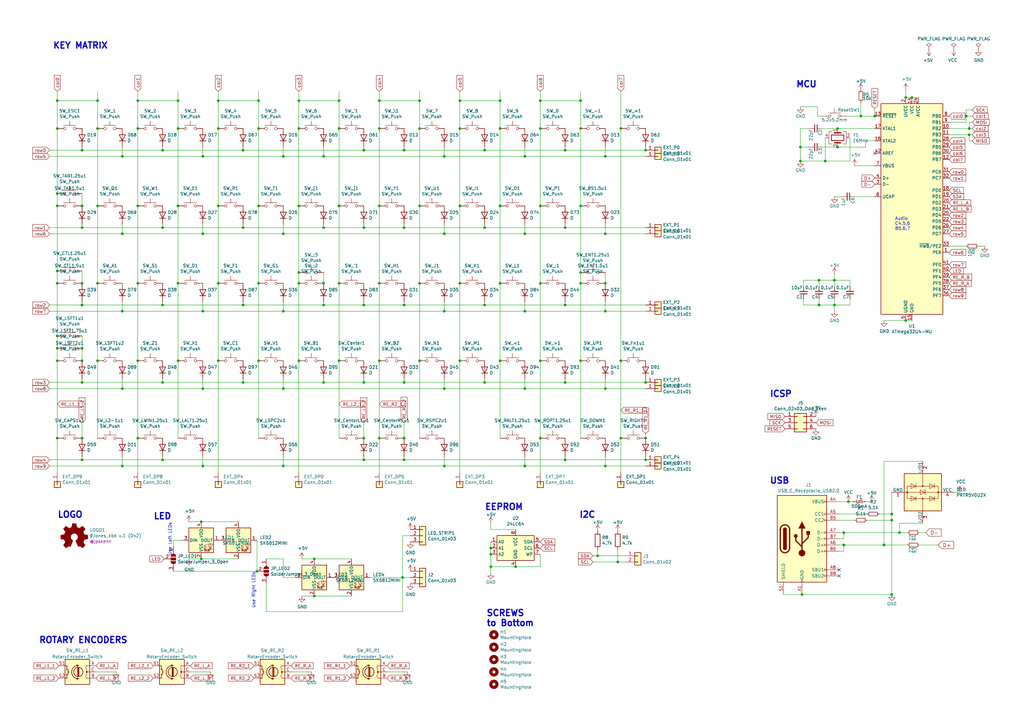
<source format=kicad_sch>
(kicad_sch (version 20211123) (generator eeschema)
  (paper "A3")
  (title_block (title "Sandy") (date "2023-01-04") (rev "v.0") (company "@jpskenn"))
  (junction (at 155.575 179.705))
  (junction (at 116.205 64.135))
  (junction (at 342.265 114.935))
  (junction (at 33.655 125.095))
  (junction (at 198.755 93.345))
  (junction (at 132.715 156.845))
  (junction (at 248.285 159.385))
  (junction (at 82.55 213.995))
  (junction (at 253.365 230.505))
  (junction (at 188.595 147.955))
  (junction (at 338.455 66.04))
  (junction (at 149.225 188.595))
  (junction (at 231.775 93.345))
  (junction (at 211.455 232.41))
  (junction (at 56.515 147.955))
  (junction (at 122.555 116.205))
  (junction (at 165.735 125.095))
  (junction (at 40.005 84.455))
  (junction (at 201.295 224.79))
  (junction (at 155.575 147.955))
  (junction (at 105.41 234.315))
  (junction (at 215.265 127.635))
  (junction (at 66.675 188.595))
  (junction (at 254.635 147.955))
  (junction (at 342.265 125.095))
  (junction (at 165.735 188.595))
  (junction (at 346.075 218.44))
  (junction (at 346.075 223.52))
  (junction (at 198.755 156.845))
  (junction (at 362.585 223.52))
  (junction (at 155.575 41.275))
  (junction (at 40.005 147.955))
  (junction (at 56.515 52.705))
  (junction (at 132.715 125.095))
  (junction (at 221.615 179.705))
  (junction (at 56.515 116.205))
  (junction (at 353.06 47.625))
  (junction (at 40.005 116.205))
  (junction (at 165.735 156.845))
  (junction (at 221.615 52.705))
  (junction (at 99.695 125.095))
  (junction (at 254.635 52.705))
  (junction (at 165.735 61.595))
  (junction (at 182.245 127.635))
  (junction (at 116.205 95.885))
  (junction (at 50.165 95.885))
  (junction (at 139.065 147.955))
  (junction (at 365.76 243.84))
  (junction (at 172.085 84.455))
  (junction (at 205.105 52.705))
  (junction (at 182.245 95.885))
  (junction (at 116.205 127.635))
  (junction (at 198.755 125.095))
  (junction (at 155.575 52.705))
  (junction (at 23.495 111.125))
  (junction (at 205.105 41.275))
  (junction (at 172.085 116.205))
  (junction (at 50.165 191.135))
  (junction (at 89.535 41.275))
  (junction (at 33.655 61.595))
  (junction (at 33.655 179.705))
  (junction (at 50.165 64.135))
  (junction (at 139.065 52.705))
  (junction (at 73.025 147.955))
  (junction (at 328.295 66.04))
  (junction (at 33.655 156.845))
  (junction (at 182.245 159.385))
  (junction (at 23.495 84.455))
  (junction (at 56.515 41.275))
  (junction (at 215.265 95.885))
  (junction (at 264.795 188.595))
  (junction (at 116.205 191.135))
  (junction (at 73.025 41.275))
  (junction (at 215.265 191.135))
  (junction (at 165.1 236.855))
  (junction (at 231.775 188.595))
  (junction (at 248.285 116.205))
  (junction (at 50.165 127.635))
  (junction (at 238.125 84.455))
  (junction (at 83.185 191.135))
  (junction (at 89.535 147.955))
  (junction (at 248.285 64.135))
  (junction (at 66.675 93.345))
  (junction (at 73.025 52.705))
  (junction (at 182.245 64.135))
  (junction (at 106.045 116.205))
  (junction (at 328.295 60.325))
  (junction (at 149.225 179.705))
  (junction (at 83.185 127.635))
  (junction (at 139.065 116.205))
  (junction (at 33.655 188.595))
  (junction (at 66.675 61.595))
  (junction (at 371.475 40.005))
  (junction (at 89.535 52.705))
  (junction (at 245.11 227.965))
  (junction (at 231.775 125.095))
  (junction (at 106.045 84.455))
  (junction (at 231.775 61.595))
  (junction (at 221.615 84.455))
  (junction (at 371.475 131.445))
  (junction (at 33.655 93.345))
  (junction (at 221.615 41.275))
  (junction (at 215.265 64.135))
  (junction (at 397.51 55.245))
  (junction (at 139.065 41.275))
  (junction (at 33.655 142.875))
  (junction (at 66.675 156.845))
  (junction (at 99.695 61.595))
  (junction (at 33.655 84.455))
  (junction (at 248.285 95.885))
  (junction (at 40.005 52.705))
  (junction (at 122.555 84.455))
  (junction (at 23.495 137.795))
  (junction (at 128.905 229.235))
  (junction (at 396.24 47.625))
  (junction (at 83.185 159.385))
  (junction (at 149.225 156.845))
  (junction (at 33.655 116.205))
  (junction (at 132.715 93.345))
  (junction (at 172.085 147.955))
  (junction (at 149.225 61.595))
  (junction (at 365.76 213.36))
  (junction (at 155.575 84.455))
  (junction (at 347.98 205.74))
  (junction (at 201.295 232.41))
  (junction (at 99.695 156.845))
  (junction (at 205.105 147.955))
  (junction (at 23.495 142.875))
  (junction (at 238.125 52.705))
  (junction (at 172.085 52.705))
  (junction (at 99.695 93.345))
  (junction (at 116.205 159.385))
  (junction (at 248.285 127.635))
  (junction (at 201.295 227.33))
  (junction (at 182.245 191.135))
  (junction (at 82.55 229.235))
  (junction (at 328.93 243.84))
  (junction (at 165.735 93.345))
  (junction (at 128.905 244.475))
  (junction (at 205.105 116.205))
  (junction (at 358.775 47.625))
  (junction (at 23.495 179.705))
  (junction (at 73.025 84.455))
  (junction (at 149.225 125.095))
  (junction (at 238.125 116.205))
  (junction (at 132.715 116.205))
  (junction (at 50.165 159.385))
  (junction (at 155.575 116.205))
  (junction (at 231.775 156.845))
  (junction (at 221.615 116.205))
  (junction (at 23.495 147.955))
  (junction (at 106.045 41.275))
  (junction (at 122.555 147.955))
  (junction (at 149.225 93.345))
  (junction (at 264.795 179.705))
  (junction (at 40.005 41.275))
  (junction (at 188.595 52.705))
  (junction (at 89.535 116.205))
  (junction (at 56.515 179.705))
  (junction (at 139.065 84.455))
  (junction (at 106.045 52.705))
  (junction (at 205.105 84.455))
  (junction (at 368.935 218.44))
  (junction (at 343.535 52.705))
  (junction (at 122.555 52.705))
  (junction (at 198.755 61.595))
  (junction (at 365.76 210.82))
  (junction (at 83.185 64.135))
  (junction (at 23.495 79.375))
  (junction (at 248.285 191.135))
  (junction (at 238.125 111.76))
  (junction (at 89.535 84.455))
  (junction (at 188.595 41.275))
  (junction (at 33.655 147.955))
  (junction (at 106.045 147.955))
  (junction (at 172.085 41.275))
  (junction (at 238.125 41.275))
  (junction (at 374.015 40.005))
  (junction (at 83.185 95.885))
  (junction (at 23.495 52.705))
  (junction (at 221.615 147.955))
  (junction (at 215.265 159.385))
  (junction (at 254.635 179.705))
  (junction (at 335.915 125.095))
  (junction (at 343.535 60.325))
  (junction (at 66.675 125.095))
  (junction (at 188.595 84.455))
  (junction (at 188.595 116.205))
  (junction (at 122.555 111.76))
  (junction (at 165.735 179.705))
  (junction (at 264.795 61.595))
  (junction (at 73.025 116.205))
  (junction (at 23.495 116.205))
  (junction (at 56.515 84.455))
  (junction (at 132.715 64.135))
  (junction (at 264.795 156.845))
  (junction (at 335.915 114.935))
  (junction (at 122.555 41.275))
  (junction (at 23.495 41.275))
  (junction (at 238.125 147.955))
  (junction (at 397.51 52.705))
  (no_connect (at 344.17 233.68))
  (no_connect (at 344.17 236.22))
  (no_connect (at 358.775 62.865))
  (wire (pts (xy 20.32 188.595) (xy 33.655 188.595)))
  (wire (pts (xy 89.535 52.705) (xy 89.535 84.455)))
  (wire (pts (xy 198.755 92.075) (xy 198.755 93.345)))
  (wire (pts (xy 353.06 41.91) (xy 353.06 47.625)))
  (wire (pts (xy 342.265 112.395) (xy 342.265 114.935)))
  (wire (pts (xy 155.575 147.955) (xy 155.575 179.705)))
  (wire (pts (xy 50.165 95.885) (xy 83.185 95.885)))
  (wire (pts (xy 182.245 95.885) (xy 215.265 95.885)))
  (wire (pts (xy 23.495 79.375) (xy 23.495 84.455)))
  (wire (pts (xy 116.205 95.885) (xy 182.245 95.885)))
  (wire (pts (xy 20.32 191.135) (xy 50.165 191.135)))
  (wire (pts (xy 355.6 213.36) (xy 365.76 213.36)))
  (wire (pts (xy 23.495 37.465) (xy 23.495 41.275)))
  (wire (pts (xy 205.105 37.465) (xy 205.105 41.275)))
  (wire (pts (xy 99.695 155.575) (xy 99.695 156.845)))
  (wire (pts (xy 149.225 156.845) (xy 165.735 156.845)))
  (wire (pts (xy 329.565 125.095) (xy 335.915 125.095)))
  (wire (pts (xy 132.715 123.825) (xy 132.715 125.095)))
  (wire (pts (xy 201.295 232.41) (xy 211.455 232.41)))
  (wire (pts (xy 33.655 173.355) (xy 33.655 179.705)))
  (wire (pts (xy 33.655 137.795) (xy 33.655 142.875)))
  (wire (pts (xy 243.205 227.965) (xy 245.11 227.965)))
  (wire (pts (xy 66.675 125.095) (xy 99.695 125.095)))
  (wire (pts (xy 396.24 47.625) (xy 398.78 47.625)))
  (wire (pts (xy 182.245 60.325) (xy 182.245 64.135)))
  (wire (pts (xy 344.17 223.52) (xy 346.075 223.52)))
  (wire (pts (xy 396.24 100.965) (xy 389.255 100.965)))
  (wire (pts (xy 182.245 191.135) (xy 182.245 187.325)))
  (wire (pts (xy 231.775 125.095) (xy 264.795 125.095)))
  (wire (pts (xy 116.205 127.635) (xy 182.245 127.635)))
  (wire (pts (xy 391.16 201.93) (xy 393.7 201.93)))
  (wire (pts (xy 128.905 244.475) (xy 144.145 244.475)))
  (wire (pts (xy 23.495 41.275) (xy 40.005 41.275)))
  (wire (pts (xy 165.735 188.595) (xy 231.775 188.595)))
  (wire (pts (xy 33.655 79.375) (xy 33.655 84.455)))
  (wire (pts (xy 23.495 41.275) (xy 23.495 52.705)))
  (wire (pts (xy 172.085 84.455) (xy 172.085 116.205)))
  (wire (pts (xy 139.065 147.955) (xy 139.065 179.705)))
  (wire (pts (xy 109.22 250.825) (xy 165.1 250.825)))
  (wire (pts (xy 264.795 95.885) (xy 248.285 95.885)))
  (wire (pts (xy 106.045 52.705) (xy 106.045 84.455)))
  (wire (pts (xy 344.17 220.98) (xy 346.075 220.98)))
  (wire (pts (xy 56.515 41.275) (xy 56.515 52.705)))
  (wire (pts (xy 33.655 188.595) (xy 66.675 188.595)))
  (wire (pts (xy 348.615 125.095) (xy 348.615 122.555)))
  (wire (pts (xy 40.005 116.205) (xy 40.005 147.955)))
  (wire (pts (xy 347.98 205.74) (xy 349.885 205.74)))
  (wire (pts (xy 362.585 131.445) (xy 371.475 131.445)))
  (wire (pts (xy 99.695 92.075) (xy 99.695 93.345)))
  (wire (pts (xy 40.005 52.705) (xy 40.005 84.455)))
  (wire (pts (xy 254.635 52.705) (xy 254.635 147.955)))
  (wire (pts (xy 40.005 41.275) (xy 40.005 52.705)))
  (wire (pts (xy 398.78 57.785) (xy 397.51 57.785)))
  (wire (pts (xy 155.575 116.205) (xy 155.575 147.955)))
  (wire (pts (xy 329.565 114.935) (xy 335.915 114.935)))
  (wire (pts (xy 20.32 93.345) (xy 33.655 93.345)))
  (wire (pts (xy 106.045 37.465) (xy 106.045 41.275)))
  (wire (pts (xy 346.075 218.44) (xy 346.075 220.98)))
  (wire (pts (xy 231.775 61.595) (xy 264.795 61.595)))
  (wire (pts (xy 188.595 52.705) (xy 188.595 84.455)))
  (wire (pts (xy 328.295 66.04) (xy 338.455 66.04)))
  (wire (pts (xy 321.31 243.84) (xy 328.93 243.84)))
  (wire (pts (xy 99.695 125.095) (xy 132.715 125.095)))
  (wire (pts (xy 89.535 41.275) (xy 89.535 52.705)))
  (wire (pts (xy 358.775 44.45) (xy 358.775 47.625)))
  (wire (pts (xy 50.165 159.385) (xy 83.185 159.385)))
  (wire (pts (xy 73.025 84.455) (xy 73.025 116.205)))
  (wire (pts (xy 132.715 111.76) (xy 132.715 116.205)))
  (wire (pts (xy 358.775 67.945) (xy 350.52 67.945)))
  (wire (pts (xy 73.025 147.955) (xy 73.025 179.705)))
  (wire (pts (xy 151.765 236.855) (xy 165.1 236.855)))
  (wire (pts (xy 132.715 64.135) (xy 182.245 64.135)))
  (wire (pts (xy 245.11 227.965) (xy 256.54 227.965)))
  (wire (pts (xy 20.32 64.135) (xy 50.165 64.135)))
  (wire (pts (xy 238.125 111.76) (xy 238.125 116.205)))
  (wire (pts (xy 82.55 229.235) (xy 97.79 229.235)))
  (wire (pts (xy 116.205 159.385) (xy 182.245 159.385)))
  (wire (pts (xy 165.735 125.095) (xy 198.755 125.095)))
  (wire (pts (xy 365.76 201.93) (xy 365.76 210.82)))
  (wire (pts (xy 50.165 127.635) (xy 83.185 127.635)))
  (wire (pts (xy 248.285 60.325) (xy 248.285 64.135)))
  (wire (pts (xy 56.515 179.705) (xy 56.515 193.675)))
  (wire (pts (xy 248.285 187.325) (xy 248.285 191.135)))
  (wire (pts (xy 83.185 127.635) (xy 116.205 127.635)))
  (wire (pts (xy 20.32 125.095) (xy 33.655 125.095)))
  (wire (pts (xy 40.005 37.465) (xy 40.005 41.275)))
  (wire (pts (xy 172.085 116.205) (xy 172.085 147.955)))
  (wire (pts (xy 139.065 116.205) (xy 139.065 147.955)))
  (wire (pts (xy 201.295 224.79) (xy 201.295 227.33)))
  (wire (pts (xy 168.275 236.855) (xy 165.1 236.855)))
  (wire (pts (xy 371.475 36.83) (xy 371.475 40.005)))
  (wire (pts (xy 238.125 147.955) (xy 238.125 179.705)))
  (wire (pts (xy 396.24 50.165) (xy 396.24 47.625)))
  (wire (pts (xy 362.585 223.52) (xy 372.11 223.52)))
  (wire (pts (xy 328.295 60.325) (xy 332.105 60.325)))
  (wire (pts (xy 73.025 52.705) (xy 73.025 84.455)))
  (wire (pts (xy 377.19 223.52) (xy 384.81 223.52)))
  (wire (pts (xy 198.755 155.575) (xy 198.755 156.845)))
  (wire (pts (xy 248.285 123.825) (xy 248.285 127.635)))
  (wire (pts (xy 83.185 95.885) (xy 116.205 95.885)))
  (wire (pts (xy 47.625 275.59) (xy 39.37 275.59)))
  (wire (pts (xy 165.735 61.595) (xy 165.735 60.325)))
  (wire (pts (xy 358.775 57.785) (xy 354.965 57.785)))
  (wire (pts (xy 238.125 84.455) (xy 238.125 111.76)))
  (wire (pts (xy 205.105 147.955) (xy 205.105 179.705)))
  (wire (pts (xy 165.735 92.075) (xy 165.735 93.345)))
  (wire (pts (xy 33.655 93.345) (xy 66.675 93.345)))
  (wire (pts (xy 155.575 84.455) (xy 155.575 116.205)))
  (wire (pts (xy 116.205 123.825) (xy 116.205 127.635)))
  (wire (pts (xy 23.495 147.955) (xy 23.495 179.705)))
  (wire (pts (xy 264.795 188.595) (xy 264.795 187.325)))
  (wire (pts (xy 128.905 229.235) (xy 123.825 229.235)))
  (wire (pts (xy 109.22 239.395) (xy 109.22 250.825)))
  (wire (pts (xy 254.635 179.705) (xy 254.635 193.675)))
  (wire (pts (xy 66.675 92.075) (xy 66.675 93.345)))
  (wire (pts (xy 353.06 47.625) (xy 358.775 47.625)))
  (wire (pts (xy 71.12 224.155) (xy 71.12 221.615)))
  (wire (pts (xy 344.17 213.36) (xy 350.52 213.36)))
  (wire (pts (xy 182.245 191.135) (xy 215.265 191.135)))
  (wire (pts (xy 328.93 243.84) (xy 365.76 243.84)))
  (wire (pts (xy 346.075 226.06) (xy 344.17 226.06)))
  (wire (pts (xy 50.165 123.825) (xy 50.165 127.635)))
  (wire (pts (xy 106.045 84.455) (xy 106.045 116.205)))
  (wire (pts (xy 89.535 37.465) (xy 89.535 41.275)))
  (wire (pts (xy 201.295 217.17) (xy 211.455 217.17)))
  (wire (pts (xy 343.535 60.325) (xy 337.185 60.325)))
  (wire (pts (xy 139.065 52.705) (xy 139.065 84.455)))
  (wire (pts (xy 328.295 60.325) (xy 328.295 66.04)))
  (wire (pts (xy 264.795 60.325) (xy 264.795 61.595)))
  (wire (pts (xy 23.495 84.455) (xy 23.495 111.125)))
  (wire (pts (xy 374.015 40.005) (xy 376.555 40.005)))
  (wire (pts (xy 99.695 123.825) (xy 99.695 125.095)))
  (wire (pts (xy 342.265 122.555) (xy 342.265 125.095)))
  (wire (pts (xy 221.615 84.455) (xy 221.615 116.205)))
  (wire (pts (xy 397.51 52.705) (xy 397.51 50.165)))
  (wire (pts (xy 172.085 41.275) (xy 172.085 52.705)))
  (wire (pts (xy 89.535 147.955) (xy 89.535 193.675)))
  (wire (pts (xy 66.675 61.595) (xy 99.695 61.595)))
  (wire (pts (xy 50.165 60.325) (xy 50.165 64.135)))
  (wire (pts (xy 116.205 64.135) (xy 132.715 64.135)))
  (wire (pts (xy 23.495 142.875) (xy 23.495 147.955)))
  (wire (pts (xy 172.085 52.705) (xy 172.085 84.455)))
  (wire (pts (xy 99.695 93.345) (xy 132.715 93.345)))
  (wire (pts (xy 350.52 80.645) (xy 358.775 80.645)))
  (wire (pts (xy 201.295 214.63) (xy 201.295 217.17)))
  (wire (pts (xy 66.675 188.595) (xy 149.225 188.595)))
  (wire (pts (xy 155.575 193.675) (xy 155.575 179.705)))
  (wire (pts (xy 378.46 214.63) (xy 368.935 214.63)))
  (wire (pts (xy 149.225 93.345) (xy 165.735 93.345)))
  (wire (pts (xy 83.185 155.575) (xy 83.185 159.385)))
  (wire (pts (xy 397.51 52.705) (xy 398.78 52.705)))
  (wire (pts (xy 122.555 41.275) (xy 122.555 52.705)))
  (wire (pts (xy 182.245 159.385) (xy 215.265 159.385)))
  (wire (pts (xy 50.165 191.135) (xy 50.165 187.325)))
  (wire (pts (xy 231.775 123.825) (xy 231.775 125.095)))
  (wire (pts (xy 73.025 41.275) (xy 56.515 41.275)))
  (wire (pts (xy 238.125 41.275) (xy 238.125 52.705)))
  (wire (pts (xy 149.225 188.595) (xy 165.735 188.595)))
  (wire (pts (xy 248.285 92.075) (xy 248.285 95.885)))
  (wire (pts (xy 56.515 147.955) (xy 56.515 179.705)))
  (wire (pts (xy 335.915 114.935) (xy 342.265 114.935)))
  (wire (pts (xy 357.505 205.74) (xy 354.965 205.74)))
  (wire (pts (xy 165.735 156.845) (xy 198.755 156.845)))
  (wire (pts (xy 149.225 173.355) (xy 149.225 179.705)))
  (wire (pts (xy 165.1 236.855) (xy 165.1 250.825)))
  (wire (pts (xy 20.32 159.385) (xy 50.165 159.385)))
  (wire (pts (xy 238.125 37.465) (xy 238.125 41.275)))
  (wire (pts (xy 33.655 125.095) (xy 66.675 125.095)))
  (wire (pts (xy 23.495 52.705) (xy 23.495 79.375)))
  (wire (pts (xy 139.065 41.275) (xy 122.555 41.275)))
  (wire (pts (xy 215.265 159.385) (xy 248.285 159.385)))
  (wire (pts (xy 201.295 222.25) (xy 201.295 224.79)))
  (wire (pts (xy 335.28 43.815) (xy 335.28 47.625)))
  (wire (pts (xy 122.555 84.455) (xy 122.555 111.76)))
  (wire (pts (xy 365.76 213.36) (xy 365.76 243.84)))
  (wire (pts (xy 264.795 155.575) (xy 264.795 156.845)))
  (wire (pts (xy 335.915 114.935) (xy 335.915 117.475)))
  (wire (pts (xy 231.775 187.325) (xy 231.775 188.595)))
  (wire (pts (xy 205.105 116.205) (xy 205.105 147.955)))
  (wire (pts (xy 73.025 41.275) (xy 73.025 52.705)))
  (wire (pts (xy 182.245 155.575) (xy 182.245 159.385)))
  (wire (pts (xy 344.17 205.74) (xy 347.98 205.74)))
  (wire (pts (xy 106.045 41.275) (xy 106.045 52.705)))
  (wire (pts (xy 155.575 37.465) (xy 155.575 41.275)))
  (wire (pts (xy 188.595 37.465) (xy 188.595 41.275)))
  (wire (pts (xy 342.265 125.095) (xy 348.615 125.095)))
  (wire (pts (xy 182.245 64.135) (xy 215.265 64.135)))
  (wire (pts (xy 397.51 55.245) (xy 398.78 55.245)))
  (wire (pts (xy 245.11 225.425) (xy 245.11 227.965)))
  (wire (pts (xy 116.205 229.235) (xy 116.205 236.855)))
  (wire (pts (xy 109.22 229.235) (xy 116.205 229.235)))
  (wire (pts (xy 346.075 223.52) (xy 346.075 226.06)))
  (wire (pts (xy 371.475 40.005) (xy 374.015 40.005)))
  (wire (pts (xy 205.105 84.455) (xy 205.105 116.205)))
  (wire (pts (xy 116.205 187.325) (xy 116.205 191.135)))
  (wire (pts (xy 368.935 218.44) (xy 372.11 218.44)))
  (wire (pts (xy 238.125 116.205) (xy 238.125 147.955)))
  (wire (pts (xy 132.715 155.575) (xy 132.715 156.845)))
  (wire (pts (xy 83.185 159.385) (xy 116.205 159.385)))
  (wire (pts (xy 231.775 92.075) (xy 231.775 93.345)))
  (wire (pts (xy 198.755 125.095) (xy 231.775 125.095)))
  (wire (pts (xy 215.265 60.325) (xy 215.265 64.135)))
  (wire (pts (xy 368.935 214.63) (xy 368.935 218.44)))
  (wire (pts (xy 188.595 116.205) (xy 188.595 147.955)))
  (wire (pts (xy 389.255 52.705) (xy 397.51 52.705)))
  (wire (pts (xy 198.755 61.595) (xy 231.775 61.595)))
  (wire (pts (xy 50.165 92.075) (xy 50.165 95.885)))
  (wire (pts (xy 122.555 52.705) (xy 122.555 84.455)))
  (wire (pts (xy 172.085 147.955) (xy 172.085 179.705)))
  (wire (pts (xy 122.555 147.955) (xy 122.555 193.675)))
  (wire (pts (xy 50.165 155.575) (xy 50.165 159.385)))
  (wire (pts (xy 328.295 52.705) (xy 328.295 60.325)))
  (wire (pts (xy 264.795 177.8) (xy 264.795 179.705)))
  (wire (pts (xy 201.295 232.41) (xy 201.295 234.95)))
  (wire (pts (xy 155.575 41.275) (xy 155.575 52.705)))
  (wire (pts (xy 33.655 155.575) (xy 33.655 156.845)))
  (wire (pts (xy 360.68 210.82) (xy 365.76 210.82)))
  (wire (pts (xy 116.205 236.855) (xy 121.285 236.855)))
  (wire (pts (xy 165.735 61.595) (xy 198.755 61.595)))
  (wire (pts (xy 355.6 210.82) (xy 344.17 210.82)))
  (wire (pts (xy 205.105 41.275) (xy 205.105 52.705)))
  (wire (pts (xy 56.515 116.205) (xy 56.515 147.955)))
  (wire (pts (xy 348.615 66.04) (xy 338.455 66.04)))
  (wire (pts (xy 33.655 60.325) (xy 33.655 61.595)))
  (wire (pts (xy 122.555 116.205) (xy 122.555 147.955)))
  (wire (pts (xy 205.105 52.705) (xy 205.105 84.455)))
  (wire (pts (xy 389.255 55.245) (xy 397.51 55.245)))
  (wire (pts (xy 335.915 122.555) (xy 335.915 125.095)))
  (wire (pts (xy 215.265 187.325) (xy 215.265 191.135)))
  (wire (pts (xy 337.185 52.705) (xy 343.535 52.705)))
  (wire (pts (xy 23.495 179.705) (xy 23.495 193.675)))
  (wire (pts (xy 132.715 60.325) (xy 132.715 64.135)))
  (wire (pts (xy 365.76 210.82) (xy 365.76 213.36)))
  (wire (pts (xy 231.775 188.595) (xy 264.795 188.595)))
  (wire (pts (xy 396.24 45.085) (xy 396.24 47.625)))
  (wire (pts (xy 221.615 52.705) (xy 221.615 84.455)))
  (wire (pts (xy 165.735 155.575) (xy 165.735 156.845)))
  (wire (pts (xy 33.655 123.825) (xy 33.655 125.095)))
  (wire (pts (xy 123.825 244.475) (xy 128.905 244.475)))
  (wire (pts (xy 66.675 156.845) (xy 99.695 156.845)))
  (wire (pts (xy 348.615 114.935) (xy 348.615 117.475)))
  (wire (pts (xy 73.025 116.205) (xy 73.025 147.955)))
  (wire (pts (xy 106.045 147.955) (xy 106.045 179.705)))
  (wire (pts (xy 238.125 41.275) (xy 221.615 41.275)))
  (wire (pts (xy 254.635 37.465) (xy 254.635 52.705)))
  (wire (pts (xy 253.365 225.425) (xy 253.365 230.505)))
  (wire (pts (xy 105.41 221.615) (xy 105.41 234.315)))
  (wire (pts (xy 20.32 127.635) (xy 50.165 127.635)))
  (wire (pts (xy 40.005 147.955) (xy 40.005 179.705)))
  (wire (pts (xy 89.535 84.455) (xy 89.535 116.205)))
  (wire (pts (xy 66.675 93.345) (xy 99.695 93.345)))
  (wire (pts (xy 40.005 84.455) (xy 40.005 116.205)))
  (wire (pts (xy 127.635 275.59) (xy 119.38 275.59)))
  (wire (pts (xy 149.225 60.325) (xy 149.225 61.595)))
  (wire (pts (xy 71.12 234.315) (xy 105.41 234.315)))
  (wire (pts (xy 198.755 156.845) (xy 231.775 156.845)))
  (wire (pts (xy 86.36 275.59) (xy 78.105 275.59)))
  (wire (pts (xy 215.265 123.825) (xy 215.265 127.635)))
  (wire (pts (xy 20.32 156.845) (xy 33.655 156.845)))
  (wire (pts (xy 149.225 187.325) (xy 149.225 188.595)))
  (wire (pts (xy 371.475 131.445) (xy 374.015 131.445)))
  (wire (pts (xy 378.46 189.23) (xy 362.585 189.23)))
  (wire (pts (xy 221.615 116.205) (xy 221.615 147.955)))
  (wire (pts (xy 77.47 213.995) (xy 82.55 213.995)))
  (wire (pts (xy 344.17 218.44) (xy 346.075 218.44)))
  (wire (pts (xy 149.225 61.595) (xy 165.735 61.595)))
  (wire (pts (xy 397.51 50.165) (xy 398.78 50.165)))
  (wire (pts (xy 389.255 50.165) (xy 396.24 50.165)))
  (wire (pts (xy 342.265 114.935) (xy 342.265 117.475)))
  (wire (pts (xy 66.675 60.325) (xy 66.675 61.595)))
  (wire (pts (xy 33.655 187.325) (xy 33.655 188.595)))
  (wire (pts (xy 348.615 56.515) (xy 348.615 66.04)))
  (wire (pts (xy 264.795 159.385) (xy 248.285 159.385)))
  (wire (pts (xy 335.915 125.095) (xy 342.265 125.095)))
  (wire (pts (xy 215.265 127.635) (xy 248.285 127.635)))
  (wire (pts (xy 231.775 60.325) (xy 231.775 61.595)))
  (wire (pts (xy 343.535 52.705) (xy 358.775 52.705)))
  (wire (pts (xy 253.365 230.505) (xy 256.54 230.505)))
  (wire (pts (xy 221.615 227.33) (xy 221.615 232.41)))
  (wire (pts (xy 20.32 95.885) (xy 50.165 95.885)))
  (wire (pts (xy 116.205 155.575) (xy 116.205 159.385)))
  (wire (pts (xy 83.185 191.135) (xy 116.205 191.135)))
  (wire (pts (xy 398.78 45.085) (xy 396.24 45.085)))
  (wire (pts (xy 221.615 147.955) (xy 221.615 179.705)))
  (wire (pts (xy 215.265 155.575) (xy 215.265 159.385)))
  (wire (pts (xy 215.265 95.885) (xy 248.285 95.885)))
  (wire (pts (xy 264.795 191.135) (xy 248.285 191.135)))
  (wire (pts (xy 33.655 142.875) (xy 33.655 147.955)))
  (wire (pts (xy 221.615 41.275) (xy 221.615 52.705)))
  (wire (pts (xy 221.615 179.705) (xy 221.615 193.675)))
  (wire (pts (xy 56.515 37.465) (xy 56.515 41.275)))
  (wire (pts (xy 243.205 230.505) (xy 253.365 230.505)))
  (wire (pts (xy 149.225 123.825) (xy 149.225 125.095)))
  (wire (pts (xy 329.565 117.475) (xy 329.565 114.935)))
  (wire (pts (xy 188.595 147.955) (xy 188.595 193.675)))
  (wire (pts (xy 165.1 236.855) (xy 165.1 219.71)))
  (wire (pts (xy 116.205 60.325) (xy 116.205 64.135)))
  (wire (pts (xy 139.065 37.465) (xy 139.065 41.275)))
  (wire (pts (xy 20.32 61.595) (xy 33.655 61.595)))
  (wire (pts (xy 231.775 93.345) (xy 264.795 93.345)))
  (wire (pts (xy 198.755 93.345) (xy 231.775 93.345)))
  (wire (pts (xy 329.565 125.095) (xy 329.565 122.555)))
  (wire (pts (xy 172.085 41.275) (xy 155.575 41.275)))
  (wire (pts (xy 165.735 173.355) (xy 165.735 179.705)))
  (wire (pts (xy 167.005 275.59) (xy 158.75 275.59)))
  (wire (pts (xy 205.105 41.275) (xy 188.595 41.275)))
  (wire (pts (xy 335.28 47.625) (xy 337.185 47.625)))
  (wire (pts (xy 182.245 127.635) (xy 215.265 127.635)))
  (wire (pts (xy 346.075 223.52) (xy 362.585 223.52)))
  (wire (pts (xy 354.965 57.785) (xy 354.965 60.325)))
  (wire (pts (xy 342.265 125.095) (xy 342.265 127.635)))
  (wire (pts (xy 182.245 123.825) (xy 182.245 127.635)))
  (wire (pts (xy 139.065 84.455) (xy 139.065 116.205)))
  (wire (pts (xy 362.585 189.23) (xy 362.585 223.52)))
  (wire (pts (xy 182.245 92.075) (xy 182.245 95.885)))
  (wire (pts (xy 198.755 60.325) (xy 198.755 61.595)))
  (wire (pts (xy 346.075 218.44) (xy 368.935 218.44)))
  (wire (pts (xy 342.265 114.935) (xy 348.615 114.935)))
  (wire (pts (xy 33.655 92.075) (xy 33.655 93.345)))
  (wire (pts (xy 332.105 52.705) (xy 328.295 52.705)))
  (wire (pts (xy 172.085 37.465) (xy 172.085 41.275)))
  (wire (pts (xy 66.675 187.325) (xy 66.675 188.595)))
  (wire (pts (xy 343.535 60.325) (xy 354.965 60.325)))
  (wire (pts (xy 66.675 155.575) (xy 66.675 156.845)))
  (wire (pts (xy 215.265 64.135) (xy 248.285 64.135)))
  (wire (pts (xy 155.575 52.705) (xy 155.575 84.455)))
  (wire (pts (xy 248.285 155.575) (xy 248.285 159.385)))
  (wire (pts (xy 106.045 116.205) (xy 106.045 147.955)))
  (wire (pts (xy 99.695 156.845) (xy 132.715 156.845)))
  (wire (pts (xy 106.045 41.275) (xy 89.535 41.275)))
  (wire (pts (xy 132.715 93.345) (xy 149.225 93.345)))
  (wire (pts (xy 165.735 93.345) (xy 198.755 93.345)))
  (wire (pts (xy 132.715 125.095) (xy 149.225 125.095)))
  (wire (pts (xy 254.635 147.955) (xy 254.635 179.705)))
  (wire (pts (xy 144.145 229.235) (xy 128.905 229.235)))
  (wire (pts (xy 149.225 92.075) (xy 149.225 93.345)))
  (wire (pts (xy 149.225 125.095) (xy 165.735 125.095)))
  (wire (pts (xy 188.595 84.455) (xy 188.595 116.205)))
  (wire (pts (xy 83.185 187.325) (xy 83.185 191.135)))
  (wire (pts (xy 231.775 155.575) (xy 231.775 156.845)))
  (wire (pts (xy 33.655 156.845) (xy 66.675 156.845)))
  (wire (pts (xy 122.555 111.76) (xy 122.555 116.205)))
  (wire (pts (xy 23.495 137.795) (xy 23.495 142.875)))
  (wire (pts (xy 238.125 52.705) (xy 238.125 84.455)))
  (wire (pts (xy 165.735 187.325) (xy 165.735 188.595)))
  (wire (pts (xy 82.55 213.995) (xy 97.79 213.995)))
  (wire (pts (xy 56.515 84.455) (xy 56.515 116.205)))
  (wire (pts (xy 338.455 56.515) (xy 338.455 66.04)))
  (wire (pts (xy 397.51 57.785) (xy 397.51 55.245)))
  (wire (pts (xy 248.285 111.76) (xy 248.285 116.205)))
  (wire (pts (xy 165.1 219.71) (xy 168.275 219.71)))
  (wire (pts (xy 201.295 227.33) (xy 201.295 232.41)))
  (wire (pts (xy 215.265 191.135) (xy 248.285 191.135)))
  (wire (pts (xy 149.225 155.575) (xy 149.225 156.845)))
  (wire (pts (xy 116.205 191.135) (xy 182.245 191.135)))
  (wire (pts (xy 99.695 61.595) (xy 149.225 61.595)))
  (wire (pts (xy 99.695 60.325) (xy 99.695 61.595)))
  (wire (pts (xy 264.795 64.135) (xy 248.285 64.135)))
  (wire (pts (xy 50.165 191.135) (xy 83.185 191.135)))
  (wire (pts (xy 71.12 221.615) (xy 74.93 221.615)))
  (wire (pts (xy 377.19 218.44) (xy 379.73 218.44)))
  (wire (pts (xy 33.655 111.125) (xy 33.655 116.205)))
  (wire (pts (xy 403.86 100.965) (xy 401.32 100.965)))
  (wire (pts (xy 83.185 92.075) (xy 83.185 95.885)))
  (wire (pts (xy 342.265 80.645) (xy 345.44 80.645)))
  (wire (pts (xy 83.185 64.135) (xy 116.205 64.135)))
  (wire (pts (xy 221.615 232.41) (xy 211.455 232.41)))
  (wire (pts (xy 139.065 41.275) (xy 139.065 52.705)))
  (wire (pts (xy 215.265 92.075) (xy 215.265 95.885)))
  (wire (pts (xy 221.615 37.465) (xy 221.615 41.275)))
  (wire (pts (xy 132.715 156.845) (xy 149.225 156.845)))
  (wire (pts (xy 231.775 156.845) (xy 264.795 156.845)))
  (wire (pts (xy 66.675 123.825) (xy 66.675 125.095)))
  (wire (pts (xy 23.495 111.125) (xy 23.495 116.205)))
  (wire (pts (xy 89.535 116.205) (xy 89.535 147.955)))
  (wire (pts (xy 122.555 37.465) (xy 122.555 41.275)))
  (wire (pts (xy 83.185 60.325) (xy 83.185 64.135)))
  (wire (pts (xy 198.755 123.825) (xy 198.755 125.095)))
  (wire (pts (xy 50.165 64.135) (xy 83.185 64.135)))
  (wire (pts (xy 328.295 43.815) (xy 335.28 43.815)))
  (wire (pts (xy 116.205 92.075) (xy 116.205 95.885)))
  (wire (pts (xy 188.595 41.275) (xy 188.595 52.705)))
  (wire (pts (xy 347.345 47.625) (xy 353.06 47.625)))
  (wire (pts (xy 33.655 61.595) (xy 66.675 61.595)))
  (wire (pts (xy 56.515 52.705) (xy 56.515 84.455)))
  (wire (pts (xy 73.025 37.465) (xy 73.025 41.275)))
  (wire (pts (xy 165.735 123.825) (xy 165.735 125.095)))
  (wire (pts (xy 248.285 127.635) (xy 264.795 127.635)))
  (wire (pts (xy 132.715 92.075) (xy 132.715 93.345)))
  (wire (pts (xy 83.185 123.825) (xy 83.185 127.635)))
  (wire (pts (xy 23.495 116.205) (xy 23.495 137.795)))
  (wire (pts (xy 77.47 229.235) (xy 82.55 229.235)))
  (text "Use Right LEDs" (at 104.775 249.555 90) (effects (font (size 1.27 1.27)) (justify left bottom)))
  (text "SCREWS\nto Bottom" (at 199.39 257.175 0) (effects (font (size 2.54 2.54) (thickness 0.508) bold) (justify left bottom)))
  (text "ICSP" (at 315.595 163.195 0) (effects (font (size 2.54 2.54) (thickness 0.508) bold) (justify left bottom)))
  (text "Audio\nC4,5,6\nB5,6,7" (at 367.03 94.615 0) (effects (font (size 1.27 1.27)) (justify left bottom)))
  (text "MCU" (at 326.39 36.195 0) (effects (font (size 2.54 2.54) (thickness 0.508) bold) (justify left bottom)))
  (text "USB" (at 315.595 198.755 0) (effects (font (size 2.54 2.54) (thickness 0.508) bold) (justify left bottom)))
  (text "LOGO" (at 23.495 212.725 0) (effects (font (size 2.54 2.54) (thickness 0.508) bold) (justify left bottom)))
  (text "EEPROM" (at 198.755 209.55 0) (effects (font (size 2.54 2.54) (thickness 0.508) bold) (justify left bottom)))
  (text "Use Left LEDs" (at 70.485 227.965 90) (effects (font (size 1.27 1.27)) (justify left bottom)))
  (text "LED" (at 62.865 213.36 0) (effects (font (size 2.54 2.54) (thickness 0.508) bold) (justify left bottom)))
  (text "KEY MATRIX" (at 21.59 20.32 0) (effects (font (size 2.54 2.54) (thickness 0.508) bold) (justify left bottom)))
  (text "I2C" (at 237.49 212.725 0) (effects (font (size 2.54 2.54) (thickness 0.508) bold) (justify left bottom)))
  (text "ROTARY ENCODERS" (at 15.875 264.16 0) (effects (font (size 2.54 2.54) (thickness 0.508) bold) (justify left bottom)))
  (global_label "SDA" (shape input) (at 389.255 80.645 0) (property "シート間のリファレンス" "${INTERSHEET_REFS}" (effects hide)))
  (global_label "row8" (shape input) (at 20.32 159.385 180) (property "シート間のリファレンス" "${INTERSHEET_REFS}" (effects hide)))
  (global_label "row3" (shape input) (at 20.32 156.845 180) (property "シート間のリファレンス" "${INTERSHEET_REFS}" (effects hide)))
  (global_label "col4" (shape input) (at 389.255 57.785 0) (property "シート間のリファレンス" "${INTERSHEET_REFS}" (effects hide)))
  (global_label "col6" (shape input) (at 221.615 37.465 90) (property "シート間のリファレンス" "${INTERSHEET_REFS}" (effects hide)))
  (global_label "RE_R_A" (shape input) (at 389.255 116.205 0) (property "シート間のリファレンス" "${INTERSHEET_REFS}" (effects hide)))
  (global_label "RE_L1_1" (shape input) (at 23.495 165.735 0) (property "シート間のリファレンス" "${INTERSHEET_REFS}" (effects hide)))
  (global_label "SDA" (shape input) (at 221.615 222.25 0) (property "シート間のリファレンス" "${INTERSHEET_REFS}" (effects hide)))
  (global_label "col4" (shape input) (at 155.575 37.465 90) (property "シート間のリファレンス" "${INTERSHEET_REFS}" (effects hide)))
  (global_label "row6" (shape input) (at 389.255 103.505 0) (property "シート間のリファレンス" "${INTERSHEET_REFS}" (effects hide)))
  (global_label "RE_L1_2" (shape input) (at 24.13 278.13 180) (property "シート間のリファレンス" "${INTERSHEET_REFS}" (effects hide)))
  (global_label "col6" (shape input) (at 389.255 62.865 0) (property "シート間のリファレンス" "${INTERSHEET_REFS}" (effects hide)))
  (global_label "row7" (shape input) (at 389.255 108.585 0) (property "シート間のリファレンス" "${INTERSHEET_REFS}" (effects hide)))
  (global_label "row7" (shape input) (at 20.32 127.635 180) (property "シート間のリファレンス" "${INTERSHEET_REFS}" (effects hide)))
  (global_label "RE_L1_2" (shape input) (at 33.655 173.355 90) (property "シート間のリファレンス" "${INTERSHEET_REFS}" (effects hide)))
  (global_label "D+" (shape input) (at 384.81 223.52 0) (effects (font (size 1.524 1.524))) (property "シート間のリファレンス" "${INTERSHEET_REFS}" (effects hide)))
  (global_label "RE_R1_2" (shape input) (at 143.51 278.13 180) (property "シート間のリファレンス" "${INTERSHEET_REFS}" (effects hide)))
  (global_label "RE_L_A" (shape input) (at 389.255 83.185 0) (property "シート間のリファレンス" "${INTERSHEET_REFS}" (effects hide)))
  (global_label "row0" (shape input) (at 389.255 70.485 0) (property "シート間のリファレンス" "${INTERSHEET_REFS}" (effects hide)))
  (global_label "MISO" (shape input) (at 321.945 170.815 180) (property "シート間のリファレンス" "${INTERSHEET_REFS}" (effects hide)))
  (global_label "col0" (shape input) (at 389.255 47.625 0) (property "シート間のリファレンス" "${INTERSHEET_REFS}" (effects hide)))
  (global_label "RE_L2_2" (shape input) (at 149.225 173.355 90) (property "シート間のリファレンス" "${INTERSHEET_REFS}" (effects hide)))
  (global_label "RESET" (shape input) (at 321.945 175.895 180) (property "シート間のリファレンス" "${INTERSHEET_REFS}" (effects hide)))
  (global_label "row6" (shape input) (at 20.32 95.885 180) (property "シート間のリファレンス" "${INTERSHEET_REFS}" (effects hide)))
  (global_label "col7" (shape input) (at 389.255 65.405 0) (property "シート間のリファレンス" "${INTERSHEET_REFS}" (effects hide)))
  (global_label "col5" (shape input) (at 389.255 60.325 0) (property "シート間のリファレンス" "${INTERSHEET_REFS}" (effects hide)))
  (global_label "RE_R_A" (shape input) (at 158.75 273.05 0) (property "シート間のリファレンス" "${INTERSHEET_REFS}" (effects hide)))
  (global_label "col3" (shape input) (at 398.78 55.245 0) (property "シート間のリファレンス" "${INTERSHEET_REFS}" (effects hide)))
  (global_label "row5" (shape input) (at 389.255 95.885 0) (property "シート間のリファレンス" "${INTERSHEET_REFS}" (effects hide)))
  (global_label "col2" (shape input) (at 89.535 37.465 90) (property "シート間のリファレンス" "${INTERSHEET_REFS}" (effects hide)))
  (global_label "SCL" (shape input) (at 243.205 230.505 180) (property "シート間のリファレンス" "${INTERSHEET_REFS}" (effects hide)))
  (global_label "RE_R_B" (shape input) (at 119.38 278.13 0) (property "シート間のリファレンス" "${INTERSHEET_REFS}" (effects hide)))
  (global_label "row2" (shape input) (at 389.255 88.265 0) (property "シート間のリファレンス" "${INTERSHEET_REFS}" (effects hide)))
  (global_label "SDA" (shape input) (at 243.205 227.965 180) (property "シート間のリファレンス" "${INTERSHEET_REFS}" (effects hide)))
  (global_label "col1" (shape input) (at 398.78 47.625 0) (property "シート間のリファレンス" "${INTERSHEET_REFS}" (effects hide)))
  (global_label "RE_L_B" (shape input) (at 78.105 278.13 0) (property "シート間のリファレンス" "${INTERSHEET_REFS}" (effects hide)))
  (global_label "col2" (shape input) (at 398.78 52.705 0) (property "シート間のリファレンス" "${INTERSHEET_REFS}" (effects hide)))
  (global_label "row2" (shape input) (at 20.32 125.095 180) (property "シート間のリファレンス" "${INTERSHEET_REFS}" (effects hide)))
  (global_label "D+" (shape input) (at 358.775 73.025 180) (property "シート間のリファレンス" "${INTERSHEET_REFS}" (effects hide)))
  (global_label "RE_R_B" (shape input) (at 389.255 113.665 0) (property "シート間のリファレンス" "${INTERSHEET_REFS}" (effects hide)))
  (global_label "RE_L_A" (shape input) (at 39.37 273.05 0) (property "シート間のリファレンス" "${INTERSHEET_REFS}" (effects hide)))
  (global_label "row1" (shape input) (at 20.32 93.345 180) (property "シート間のリファレンス" "${INTERSHEET_REFS}" (effects hide)))
  (global_label "row9" (shape input) (at 20.32 191.135 180) (property "シート間のリファレンス" "${INTERSHEET_REFS}" (effects hide)))
  (global_label "RE_L2_2" (shape input) (at 62.865 278.13 180) (property "シート間のリファレンス" "${INTERSHEET_REFS}" (effects hide)))
  (global_label "SCL" (shape input) (at 389.255 78.105 0) (property "シート間のリファレンス" "${INTERSHEET_REFS}" (effects hide)))
  (global_label "SCK" (shape input) (at 398.78 45.085 0) (property "シート間のリファレンス" "${INTERSHEET_REFS}" (effects hide)))
  (global_label "RE_L1_1" (shape input) (at 24.13 273.05 180) (property "シート間のリファレンス" "${INTERSHEET_REFS}" (effects hide)))
  (global_label "RESET" (shape input) (at 358.775 44.45 90) (property "シート間のリファレンス" "${INTERSHEET_REFS}" (effects hide)))
  (global_label "D-" (shape input) (at 379.73 218.44 0) (effects (font (size 1.524 1.524))) (property "シート間のリファレンス" "${INTERSHEET_REFS}" (effects hide)))
  (global_label "row1" (shape input) (at 389.255 73.025 0) (property "シート間のリファレンス" "${INTERSHEET_REFS}" (effects hide)))
  (global_label "SCL" (shape input) (at 221.615 224.79 0) (property "シート間のリファレンス" "${INTERSHEET_REFS}" (effects hide)))
  (global_label "RE_L2_1" (shape input) (at 139.065 165.735 0) (property "シート間のリファレンス" "${INTERSHEET_REFS}" (effects hide)))
  (global_label "col5" (shape input) (at 188.595 37.465 90) (property "シート間のリファレンス" "${INTERSHEET_REFS}" (effects hide)))
  (global_label "col7" (shape input) (at 254.635 37.465 90) (property "シート間のリファレンス" "${INTERSHEET_REFS}" (effects hide)))
  (global_label "col0" (shape input) (at 23.495 37.465 90) (property "シート間のリファレンス" "${INTERSHEET_REFS}" (effects hide)))
  (global_label "RE_R_A" (shape input) (at 119.38 273.05 0) (property "シート間のリファレンス" "${INTERSHEET_REFS}" (effects hide)))
  (global_label "RE_R_B" (shape input) (at 158.75 278.13 0) (property "シート間のリファレンス" "${INTERSHEET_REFS}" (effects hide)))
  (global_label "row5" (shape input) (at 20.32 64.135 180) (property "シート間のリファレンス" "${INTERSHEET_REFS}" (effects hide)))
  (global_label "RE_L_B" (shape input) (at 39.37 278.13 0) (property "シート間のリファレンス" "${INTERSHEET_REFS}" (effects hide)))
  (global_label "col1" (shape input) (at 56.515 37.465 90) (property "シート間のリファレンス" "${INTERSHEET_REFS}" (effects hide)))
  (global_label "LED" (shape input) (at 67.31 229.235 180) (property "シート間のリファレンス" "${INTERSHEET_REFS}" (effects hide)))
  (global_label "row4" (shape input) (at 20.32 188.595 180) (property "シート間のリファレンス" "${INTERSHEET_REFS}" (effects hide)))
  (global_label "row9" (shape input) (at 389.255 121.285 0) (property "シート間のリファレンス" "${INTERSHEET_REFS}" (effects hide)))
  (global_label "MOSI" (shape input) (at 334.645 173.355 0) (property "シート間のリファレンス" "${INTERSHEET_REFS}" (effects hide)))
  (global_label "RE_R1_1" (shape input) (at 143.51 273.05 180) (property "シート間のリファレンス" "${INTERSHEET_REFS}" (effects hide)))
  (global_label "row4" (shape input) (at 389.255 93.345 0) (property "シート間のリファレンス" "${INTERSHEET_REFS}" (effects hide)))
  (global_label "row3" (shape input) (at 389.255 90.805 0) (property "シート間のリファレンス" "${INTERSHEET_REFS}" (effects hide)))
  (global_label "D-" (shape input) (at 358.775 75.565 180) (property "シート間のリファレンス" "${INTERSHEET_REFS}" (effects hide)))
  (global_label "col3" (shape input) (at 122.555 37.465 90) (property "シート間のリファレンス" "${INTERSHEET_REFS}" (effects hide)))
  (global_label "RE_R2_1" (shape input) (at 155.575 165.735 0) (property "シート間のリファレンス" "${INTERSHEET_REFS}" (effects hide)))
  (global_label "RE_R1_2" (shape input) (at 264.795 177.8 90) (property "シート間のリファレンス" "${INTERSHEET_REFS}" (effects hide)))
  (global_label "LED" (shape input) (at 389.255 111.125 0) (property "シート間のリファレンス" "${INTERSHEET_REFS}" (effects hide)))
  (global_label "SCK" (shape input) (at 321.945 173.355 180) (property "シート間のリファレンス" "${INTERSHEET_REFS}" (effects hide)))
  (global_label "RE_L2_1" (shape input) (at 62.865 273.05 180) (property "シート間のリファレンス" "${INTERSHEET_REFS}" (effects hide)))
  (global_label "MISO" (shape input) (at 398.78 57.785 0) (property "シート間のリファレンス" "${INTERSHEET_REFS}" (effects hide)))
  (global_label "RE_R2_2" (shape input) (at 104.14 278.13 180) (property "シート間のリファレンス" "${INTERSHEET_REFS}" (effects hide)))
  (global_label "MOSI" (shape input) (at 398.78 50.165 0) (property "シート間のリファレンス" "${INTERSHEET_REFS}" (effects hide)))
  (global_label "row8" (shape input) (at 389.255 118.745 0) (property "シート間のリファレンス" "${INTERSHEET_REFS}" (effects hide)))
  (global_label "RE_R1_1" (shape input) (at 254.635 168.275 0) (property "シート間のリファレンス" "${INTERSHEET_REFS}" (effects hide)))
  (global_label "RE_R2_2" (shape input) (at 165.735 173.355 90) (property "シート間のリファレンス" "${INTERSHEET_REFS}" (effects hide)))
  (global_label "RE_L_B" (shape input) (at 389.255 85.725 0) (property "シート間のリファレンス" "${INTERSHEET_REFS}" (effects hide)))
  (global_label "row0" (shape input) (at 20.32 61.595 180) (property "シート間のリファレンス" "${INTERSHEET_REFS}" (effects hide)))
  (global_label "RE_L_A" (shape input) (at 78.105 273.05 0) (property "シート間のリファレンス" "${INTERSHEET_REFS}" (effects hide)))
  (global_label "RE_R2_1" (shape input) (at 104.14 273.05 180) (property "シート間のリファレンス" "${INTERSHEET_REFS}" (effects hide)))
  (symbol (lib_id "Device:C_Small") (at 347.98 80.645 270) (unit 1)
    (property "Reference" "C6" (at 349.758 80.899 0) (effects (justify left)))
    (property "Value" "1uF" (at 345.948 80.899 0) (effects (justify left)))
    (property "Footprint" "Capacitor_SMD:C_0805_2012Metric_Pad1.15x1.40mm_HandSolder" (effects hide))
    (property "LCSC" "C28323" (effects hide))
  )
  (symbol (lib_id "power:GND") (at 342.265 80.645 0) (unit 1)
    (property "Reference" "#PWR08" (effects hide))
    (property "Value" "GND" (at 342.265 84.455 0))
  )
  (symbol (lib_id "Device:R_Small") (at 353.06 39.37 0) (unit 1)
    (property "Reference" "R5" (at 353.822 38.862 0) (effects (justify left)))
    (property "Value" "10k" (at 353.822 40.386 0) (effects (justify left)))
    (property "Footprint" "Resistor_SMD:R_0805_2012Metric_Pad1.15x1.40mm_HandSolder" (effects hide))
    (property "LCSC" "C17414" (effects hide))
  )
  (symbol (lib_id "power:+5V") (at 353.06 36.83 0) (unit 1)
    (property "Reference" "#PWR012" (effects hide))
    (property "Value" "+5V" (at 353.06 33.274 0))
  )
  (symbol (lib_id "Sandy-rescue:SW_Push-Jones-rescue") (at 342.265 47.625 0) (unit 1)
    (property "Reference" "ResetSW1" (at 343.535 45.085 0) (effects (justify left)))
    (property "Value" "5.2x5.2mm" (at 342.265 49.149 0))
    (property "Footprint" "Button_Switch_SMD:SW_SPST_TL3342" (effects hide))
  )
  (symbol (lib_id "power:GND") (at 328.295 43.815 0) (unit 1)
    (property "Reference" "#PWR06" (effects hide))
    (property "Value" "GND" (at 328.295 47.625 0))
  )
  (symbol (lib_id "Device:C_Small") (at 334.645 52.705 270) (unit 1)
    (property "Reference" "C2" (at 336.423 52.959 0) (effects (justify left)))
    (property "Value" "22pF" (at 332.613 52.959 0) (effects (justify left)))
    (property "Footprint" "Capacitor_SMD:C_0805_2012Metric_Pad1.15x1.40mm_HandSolder" (effects hide))
    (property "LCSC" "C1804" (effects hide))
  )
  (symbol (lib_id "Device:C_Small") (at 334.645 60.325 270) (unit 1)
    (property "Reference" "C3" (at 336.423 60.579 0) (effects (justify left)))
    (property "Value" "22pF" (at 332.613 60.579 0) (effects (justify left)))
    (property "Footprint" "Capacitor_SMD:C_0805_2012Metric_Pad1.15x1.40mm_HandSolder" (effects hide))
    (property "LCSC" "C1804" (effects hide))
  )
  (symbol (lib_id "power:GND") (at 328.295 66.04 0) (unit 1)
    (property "Reference" "#PWR07" (effects hide))
    (property "Value" "GND" (at 328.295 69.85 0))
  )
  (symbol (lib_id "Device:R_Small") (at 398.78 100.965 270) (unit 1)
    (property "Reference" "R6" (at 399.288 101.727 0) (effects (justify left)))
    (property "Value" "10k" (at 397.764 101.727 0) (effects (justify left)))
    (property "Footprint" "Resistor_SMD:R_0805_2012Metric_Pad1.15x1.40mm_HandSolder" (effects hide))
    (property "LCSC" "C17414" (effects hide))
  )
  (symbol (lib_id "power:GND") (at 403.86 100.965 0) (unit 1)
    (property "Reference" "#PWR015" (effects hide))
    (property "Value" "GND" (at 403.86 104.775 0))
  )
  (symbol (lib_id "Device:C_Small") (at 335.915 120.015 180) (unit 1)
    (property "Reference" "C4" (at 335.661 121.793 0) (effects (justify left)))
    (property "Value" "0.1uF" (at 335.661 117.983 0) (effects (justify left)))
    (property "Footprint" "Capacitor_SMD:C_0805_2012Metric_Pad1.15x1.40mm_HandSolder" (effects hide))
    (property "LCSC" "C49678" (effects hide))
  )
  (symbol (lib_id "Device:C_Small") (at 342.265 120.015 180) (unit 1)
    (property "Reference" "C5" (at 342.011 121.793 0) (effects (justify left)))
    (property "Value" "0.1uF" (at 342.011 117.983 0) (effects (justify left)))
    (property "Footprint" "Capacitor_SMD:C_0805_2012Metric_Pad1.15x1.40mm_HandSolder" (effects hide))
    (property "LCSC" "C49678" (effects hide))
  )
  (symbol (lib_id "Device:C_Small") (at 348.615 120.015 180) (unit 1)
    (property "Reference" "C7" (at 348.361 121.793 0) (effects (justify left)))
    (property "Value" "0.1uF" (at 348.361 117.983 0) (effects (justify left)))
    (property "Footprint" "Capacitor_SMD:C_0805_2012Metric_Pad1.15x1.40mm_HandSolder" (effects hide))
    (property "LCSC" "C49678" (effects hide))
  )
  (symbol (lib_id "power:GND") (at 342.265 127.635 0) (unit 1)
    (property "Reference" "#PWR010" (effects hide))
    (property "Value" "GND" (at 342.265 131.445 0))
  )
  (symbol (lib_id "power:+5V") (at 342.265 112.395 0) (unit 1)
    (property "Reference" "#PWR09" (effects hide))
    (property "Value" "+5V" (at 342.265 108.839 0))
  )
  (symbol (lib_id "Device:C_Small") (at 329.565 120.015 180) (unit 1)
    (property "Reference" "C1" (at 329.311 121.793 0) (effects (justify left)))
    (property "Value" "10uF" (at 329.311 117.983 0) (effects (justify left)))
    (property "Footprint" "Capacitor_SMD:C_0805_2012Metric_Pad1.15x1.40mm_HandSolder" (effects hide))
    (property "LCSC" "C15850" (effects hide))
  )
  (symbol (lib_id "Device:Polyfuse_Small") (at 352.425 205.74 270) (unit 1)
    (property "Reference" "F1" (at 352.425 203.835 90))
    (property "Value" "500mA" (at 352.425 207.645 90))
    (property "Footprint" "Fuse:Fuse_1206_3216Metric_Pad1.42x1.75mm_HandSolder" (effects hide))
    (property "LCSC" "C70076" (effects hide))
  )
  (symbol (lib_id "power:+5V") (at 357.505 205.74 0) (unit 1)
    (property "Reference" "#PWR04" (effects hide))
    (property "Value" "+5V" (at 357.505 202.184 0))
  )
  (symbol (lib_id "power:VCC") (at 347.98 205.74 0) (unit 1)
    (property "Reference" "#PWR02" (effects hide))
    (property "Value" "VCC" (at 347.98 201.93 0))
  )
  (symbol (lib_id "Device:R_Small") (at 374.65 218.44 270) (unit 1)
    (property "Reference" "R4" (at 375.158 219.202 0) (effects (justify left)))
    (property "Value" "22" (at 373.634 219.202 0) (effects (justify left)))
    (property "Footprint" "Resistor_SMD:R_0805_2012Metric_Pad1.15x1.40mm_HandSolder" (effects hide))
    (property "LCSC" "C17561" (effects hide))
  )
  (symbol (lib_id "Device:R_Small") (at 374.65 223.52 270) (unit 1)
    (property "Reference" "R3" (at 375.158 224.282 0) (effects (justify left)))
    (property "Value" "22" (at 373.634 224.282 0) (effects (justify left)))
    (property "Footprint" "Resistor_SMD:R_0805_2012Metric_Pad1.15x1.40mm_HandSolder" (effects hide))
    (property "LCSC" "C17561" (effects hide))
  )
  (symbol (lib_id "power:GND") (at 365.76 243.84 0) (unit 1)
    (property "Reference" "#PWR01" (effects hide))
    (property "Value" "GND" (at 365.76 247.65 0))
  )
  (symbol (lib_id "power:+5V") (at 371.475 36.83 0) (unit 1)
    (property "Reference" "#PWR014" (effects hide))
    (property "Value" "+5V" (at 371.856 32.4358 0))
  )
  (symbol (lib_id "power:+5V") (at 350.52 67.945 0) (unit 1)
    (property "Reference" "#PWR011" (effects hide))
    (property "Value" "+5V" (at 350.901 63.5508 0))
  )
  (symbol (lib_id "power:GND") (at 362.585 131.445 0) (unit 1)
    (property "Reference" "#PWR013" (effects hide))
    (property "Value" "GND" (at 362.712 135.8392 0))
  )
  (symbol (lib_id "power:GND") (at 47.625 275.59 0) (unit 1)
    (property "Reference" "#PWR017" (effects hide))
    (property "Value" "GND" (at 47.752 279.9842 0))
  )
  (symbol (lib_id "Switch:SW_Push") (at 243.205 147.955 0) (unit 1)
    (property "Reference" "SW_UP1" (at 243.205 140.716 0))
    (property "Value" "SW_Push" (at 243.205 143.0274 0))
    (property "Footprint" "MX_Alps_Hybrid:MXOnly-1U-Hotswap-guide" (effects hide))
  )
  (symbol (lib_id "power:PWR_FLAG") (at 381 20.32 0) (unit 1)
    (property "Reference" "#FLG02" (effects hide))
    (property "Value" "PWR_FLAG" (at 381 15.9258 0))
  )
  (symbol (lib_id "power:+5V") (at 381 20.32 180) (unit 1)
    (property "Reference" "#PWR018" (effects hide))
    (property "Value" "+5V" (at 380.619 24.7142 0))
  )
  (symbol (lib_id "power:PWR_FLAG") (at 401.32 20.32 0) (unit 1)
    (property "Reference" "#FLG03" (effects hide))
    (property "Value" "PWR_FLAG" (at 401.32 15.9258 0))
  )
  (symbol (lib_id "power:GND") (at 401.32 20.32 0) (unit 1)
    (property "Reference" "#PWR019" (effects hide))
    (property "Value" "GND" (at 401.447 24.7142 0))
  )
  (symbol (lib_id "power:VCC") (at 391.16 20.32 180) (unit 1)
    (property "Reference" "#PWR016" (effects hide))
    (property "Value" "VCC" (at 390.779 24.7142 0))
  )
  (symbol (lib_id "power:PWR_FLAG") (at 391.16 20.32 0) (unit 1)
    (property "Reference" "#FLG01" (effects hide))
    (property "Value" "PWR_FLAG" (at 391.16 15.9258 0))
  )
  (symbol (lib_id "Switch:SW_Push") (at 78.105 179.705 0) (unit 1)
    (property "Reference" "SW_LALT1.25u1" (at 78.105 172.466 0))
    (property "Value" "SW_Push" (at 78.105 174.7774 0))
    (property "Footprint" "MX_Alps_Hybrid:MXOnly-1.25U-Hotswap-guide" (effects hide))
  )
  (symbol (lib_id "Device:D") (at 231.775 183.515 90) (unit 1)
    (property "Reference" "D92" (at 233.807 182.3466 90) (effects (justify right)))
    (property "Value" "D" (at 233.807 184.658 90) (effects (justify right)))
    (property "Footprint" "Diode_SMD:D_SOD-123" (effects hide))
    (property "LCSC" "C81598" (effects hide))
  )
  (symbol (lib_id "Switch:SW_Push") (at 226.695 179.705 0) (unit 1)
    (property "Reference" "SW_ROPT1.25u1" (at 226.695 172.466 0))
    (property "Value" "SW_Push" (at 226.695 174.7774 0))
    (property "Footprint" "MX_Alps_Hybrid:MXOnly-1.25U-Hotswap-guide" (effects hide))
  )
  (symbol (lib_id "Switch:SW_Push") (at 243.205 179.705 0) (unit 1)
    (property "Reference" "SW_DOWN1" (at 243.205 172.466 0))
    (property "Value" "SW_Push" (at 243.205 174.7774 0))
    (property "Footprint" "MX_Alps_Hybrid:MXOnly-1U-Hotswap-guide" (effects hide))
  )
  (symbol (lib_id "Switch:SW_Push") (at 259.715 179.705 0) (unit 1)
    (property "Reference" "SW_RIGHT1" (at 259.715 172.466 0))
    (property "Value" "SW_Push" (at 259.715 174.7774 0))
    (property "Footprint" "MX_Alps_Hybrid:MXOnly-1U-Hotswap-guide" (effects hide))
  )
  (symbol (lib_id "Switch:SW_Push") (at 177.165 179.705 0) (unit 1)
    (property "Reference" "SW_RSPC2u1" (at 177.165 172.466 0))
    (property "Value" "SW_Push" (at 177.165 174.7774 0))
    (property "Footprint" "MX_Alps_Hybrid:MXOnly-2U-Hotswap-ReversedStabilizers-guide" (effects hide))
  )
  (symbol (lib_id "Device:D") (at 182.245 183.515 90) (unit 1)
    (property "Reference" "D96" (at 184.277 182.3466 90) (effects (justify right)))
    (property "Value" "D" (at 184.277 184.658 90) (effects (justify right)))
    (property "Footprint" "Diode_SMD:D_SOD-123" (effects hide))
    (property "LCSC" "C81598" (effects hide))
  )
  (symbol (lib_id "Sandy-rescue:SolderJumper_3_Open-Jumper") (at 71.12 229.235 270) (unit 1)
    (property "Reference" "JP_LED1" (at 72.8472 228.0666 90) (effects (justify left)))
    (property "Value" "SolderJumper_3_Open" (at 72.8472 230.378 90) (effects (justify left)))
    (property "Footprint" "Jumper:SolderJumper-3_P1.3mm_Open_Pad1.0x1.5mm_NumberLabels" (effects hide))
  )
  (symbol (lib_id "Switch:SW_Push") (at 61.595 179.705 0) (unit 1)
    (property "Reference" "SW_LWIN1.25u1" (at 61.595 172.466 0))
    (property "Value" "SW_Push" (at 61.595 174.7774 0))
    (property "Footprint" "MX_Alps_Hybrid:MXOnly-1.25U-Hotswap-guide" (effects hide))
  )
  (symbol (lib_id "Device:D") (at 66.675 183.515 90) (unit 1)
    (property "Reference" "D98" (at 68.707 182.3466 90) (effects (justify right)))
    (property "Value" "D" (at 68.707 184.658 90) (effects (justify right)))
    (property "Footprint" "Diode_SMD:D_SOD-123" (effects hide))
    (property "LCSC" "C81598" (effects hide))
  )
  (symbol (lib_id "Device:D") (at 264.795 151.765 90) (unit 1)
    (property "Reference" "D91" (at 266.827 150.5966 90) (effects (justify right)))
    (property "Value" "D" (at 266.827 152.908 90) (effects (justify right)))
    (property "Footprint" "Diode_SMD:D_SOD-123" (effects hide))
    (property "LCSC" "C81598" (effects hide))
  )
  (symbol (lib_id "Switch:SW_Push") (at 259.715 147.955 0) (unit 1)
    (property "Reference" "SW_Fn1u1" (at 259.715 140.716 0))
    (property "Value" "SW_Push" (at 259.715 143.0274 0))
    (property "Footprint" "MX_Alps_Hybrid:MXOnly-1U-Hotswap-guide" (effects hide))
  )
  (symbol (lib_id "Switch:SW_Push") (at 28.575 142.875 0) (unit 1)
    (property "Reference" "SW_LSFT1.75u1" (at 28.575 135.636 0))
    (property "Value" "SW_Push" (at 28.575 137.9474 0))
    (property "Footprint" "MX_Alps_Hybrid:MXOnly-1.75U-Hotswap-guide" (effects hide))
  )
  (symbol (lib_id "Switch:SW_Push") (at 28.575 52.705 0) (unit 1)
    (property "Reference" "SW_ESC1" (at 28.575 45.466 0))
    (property "Value" "SW_Push" (at 28.575 47.7774 0))
    (property "Footprint" "MX_Alps_Hybrid:MXOnly-1U-Hotswap-guide" (effects hide))
  )
  (symbol (lib_id "Device:D") (at 33.655 56.515 90) (unit 1)
    (property "Reference" "D19" (at 35.687 55.3466 90) (effects (justify right)))
    (property "Value" "D" (at 35.687 57.658 90) (effects (justify right)))
    (property "Footprint" "Diode_SMD:D_SOD-123" (effects hide))
    (property "LCSC" "C81598" (effects hide))
  )
  (symbol (lib_id "Switch:SW_Push") (at 45.085 52.705 0) (unit 1)
    (property "Reference" "SW_1" (at 45.085 45.466 0))
    (property "Value" "SW_Push" (at 45.085 47.7774 0))
    (property "Footprint" "MX_Alps_Hybrid:MXOnly-1U-Hotswap-guide" (effects hide))
  )
  (symbol (lib_id "Device:D") (at 50.165 56.515 90) (unit 1)
    (property "Reference" "D68" (at 52.197 55.3466 90) (effects (justify right)))
    (property "Value" "D" (at 52.197 57.658 90) (effects (justify right)))
    (property "Footprint" "Diode_SMD:D_SOD-123" (effects hide))
    (property "LCSC" "C81598" (effects hide))
  )
  (symbol (lib_id "Switch:SW_Push") (at 61.595 52.705 0) (unit 1)
    (property "Reference" "SW_2" (at 61.595 45.466 0))
    (property "Value" "SW_Push" (at 61.595 47.7774 0))
    (property "Footprint" "MX_Alps_Hybrid:MXOnly-1U-Hotswap-guide" (effects hide))
  )
  (symbol (lib_id "Device:D") (at 66.675 56.515 90) (unit 1)
    (property "Reference" "D18" (at 68.707 55.3466 90) (effects (justify right)))
    (property "Value" "D" (at 68.707 57.658 90) (effects (justify right)))
    (property "Footprint" "Diode_SMD:D_SOD-123" (effects hide))
    (property "LCSC" "C81598" (effects hide))
  )
  (symbol (lib_id "Switch:SW_Push") (at 78.105 52.705 0) (unit 1)
    (property "Reference" "SW_3" (at 78.105 45.466 0))
    (property "Value" "SW_Push" (at 78.105 47.7774 0))
    (property "Footprint" "MX_Alps_Hybrid:MXOnly-1U-Hotswap-guide" (effects hide))
  )
  (symbol (lib_id "Device:D") (at 83.185 56.515 90) (unit 1)
    (property "Reference" "D17" (at 85.217 55.3466 90) (effects (justify right)))
    (property "Value" "D" (at 85.217 57.658 90) (effects (justify right)))
    (property "Footprint" "Diode_SMD:D_SOD-123" (effects hide))
    (property "LCSC" "C81598" (effects hide))
  )
  (symbol (lib_id "Switch:SW_Push") (at 94.615 52.705 0) (unit 1)
    (property "Reference" "SW_4" (at 94.615 45.466 0))
    (property "Value" "SW_Push" (at 94.615 47.7774 0))
    (property "Footprint" "MX_Alps_Hybrid:MXOnly-1U-Hotswap-guide" (effects hide))
  )
  (symbol (lib_id "Device:D") (at 99.695 56.515 90) (unit 1)
    (property "Reference" "D67" (at 101.727 55.3466 90) (effects (justify right)))
    (property "Value" "D" (at 101.727 57.658 90) (effects (justify right)))
    (property "Footprint" "Diode_SMD:D_SOD-123" (effects hide))
    (property "LCSC" "C81598" (effects hide))
  )
  (symbol (lib_id "Switch:SW_Push") (at 111.125 52.705 0) (unit 1)
    (property "Reference" "SW_5" (at 111.125 45.466 0))
    (property "Value" "SW_Push" (at 111.125 47.7774 0))
    (property "Footprint" "MX_Alps_Hybrid:MXOnly-1U-Hotswap-guide" (effects hide))
  )
  (symbol (lib_id "Device:D") (at 116.205 56.515 90) (unit 1)
    (property "Reference" "D16" (at 118.237 55.3466 90) (effects (justify right)))
    (property "Value" "D" (at 118.237 57.658 90) (effects (justify right)))
    (property "Footprint" "Diode_SMD:D_SOD-123" (effects hide))
    (property "LCSC" "C81598" (effects hide))
  )
  (symbol (lib_id "Switch:SW_Push") (at 127.635 52.705 0) (unit 1)
    (property "Reference" "SW_6" (at 127.635 45.466 0))
    (property "Value" "SW_Push" (at 127.635 47.7774 0))
    (property "Footprint" "MX_Alps_Hybrid:MXOnly-1U-Hotswap-guide" (effects hide))
  )
  (symbol (lib_id "Device:D") (at 132.715 56.515 90) (unit 1)
    (property "Reference" "D65" (at 134.747 55.3466 90) (effects (justify right)))
    (property "Value" "D" (at 134.747 57.658 90) (effects (justify right)))
    (property "Footprint" "Diode_SMD:D_SOD-123" (effects hide))
    (property "LCSC" "C81598" (effects hide))
  )
  (symbol (lib_id "Switch:SW_Push") (at 160.655 52.705 0) (unit 1)
    (property "Reference" "SW_\\1" (at 160.655 45.466 0))
    (property "Value" "SW_Push" (at 160.655 47.7774 0))
    (property "Footprint" "MX_Alps_Hybrid:MXOnly-1U-Hotswap-guide" (effects hide))
  )
  (symbol (lib_id "Device:D") (at 182.245 56.515 90) (unit 1)
    (property "Reference" "D15" (at 184.277 55.3466 90) (effects (justify right)))
    (property "Value" "D" (at 184.277 57.658 90) (effects (justify right)))
    (property "Footprint" "Diode_SMD:D_SOD-123" (effects hide))
    (property "LCSC" "C81598" (effects hide))
  )
  (symbol (lib_id "Switch:SW_Push") (at 144.145 52.705 0) (unit 1)
    (property "Reference" "SW_`1" (at 144.145 45.466 0))
    (property "Value" "SW_Push" (at 144.145 47.7774 0))
    (property "Footprint" "MX_Alps_Hybrid:MXOnly-1U-Hotswap-guide" (effects hide))
  )
  (symbol (lib_id "Device:D") (at 198.755 56.515 90) (unit 1)
    (property "Reference" "D14" (at 200.787 55.3466 90) (effects (justify right)))
    (property "Value" "D" (at 200.787 57.658 90) (effects (justify right)))
    (property "Footprint" "Diode_SMD:D_SOD-123" (effects hide))
    (property "LCSC" "C81598" (effects hide))
  )
  (symbol (lib_id "Switch:SW_Push") (at 177.165 52.705 0) (unit 1)
    (property "Reference" "SW_7" (at 177.165 45.466 0))
    (property "Value" "SW_Push" (at 177.165 47.7774 0))
    (property "Footprint" "MX_Alps_Hybrid:MXOnly-1U-Hotswap-guide" (effects hide))
  )
  (symbol (lib_id "Device:D") (at 215.265 56.515 90) (unit 1)
    (property "Reference" "D64" (at 217.297 55.3466 90) (effects (justify right)))
    (property "Value" "D" (at 217.297 57.658 90) (effects (justify right)))
    (property "Footprint" "Diode_SMD:D_SOD-123" (effects hide))
    (property "LCSC" "C81598" (effects hide))
  )
  (symbol (lib_id "Switch:SW_Push") (at 193.675 52.705 0) (unit 1)
    (property "Reference" "SW_8" (at 193.675 45.466 0))
    (property "Value" "SW_Push" (at 193.675 47.7774 0))
    (property "Footprint" "MX_Alps_Hybrid:MXOnly-1U-Hotswap-guide" (effects hide))
  )
  (symbol (lib_id "Device:D") (at 231.775 56.515 90) (unit 1)
    (property "Reference" "D63" (at 233.807 55.3466 90) (effects (justify right)))
    (property "Value" "D" (at 233.807 57.658 90) (effects (justify right)))
    (property "Footprint" "Diode_SMD:D_SOD-123" (effects hide))
    (property "LCSC" "C81598" (effects hide))
  )
  (symbol (lib_id "Switch:SW_Push") (at 210.185 52.705 0) (unit 1)
    (property "Reference" "SW_9" (at 210.185 45.466 0))
    (property "Value" "SW_Push" (at 210.185 47.7774 0))
    (property "Footprint" "MX_Alps_Hybrid:MXOnly-1U-Hotswap-guide" (effects hide))
  )
  (symbol (lib_id "Device:D") (at 248.285 56.515 90) (unit 1)
    (property "Reference" "D13" (at 250.317 55.3466 90) (effects (justify right)))
    (property "Value" "D" (at 250.317 57.658 90) (effects (justify right)))
    (property "Footprint" "Diode_SMD:D_SOD-123" (effects hide))
    (property "LCSC" "C81598" (effects hide))
  )
  (symbol (lib_id "Switch:SW_Push") (at 226.695 52.705 0) (unit 1)
    (property "Reference" "SW_0" (at 226.695 45.466 0))
    (property "Value" "SW_Push" (at 226.695 47.7774 0))
    (property "Footprint" "MX_Alps_Hybrid:MXOnly-1U-Hotswap-guide" (effects hide))
  )
  (symbol (lib_id "Device:D") (at 264.795 56.515 90) (unit 1)
    (property "Reference" "D62" (at 266.827 55.3466 90) (effects (justify right)))
    (property "Value" "D" (at 266.827 57.658 90) (effects (justify right)))
    (property "Footprint" "Diode_SMD:D_SOD-123" (effects hide))
    (property "LCSC" "C81598" (effects hide))
  )
  (symbol (lib_id "Switch:SW_Push") (at 243.205 52.705 0) (unit 1)
    (property "Reference" "SW_-1" (at 243.205 45.466 0))
    (property "Value" "SW_Push" (at 243.205 47.7774 0))
    (property "Footprint" "MX_Alps_Hybrid:MXOnly-1U-Hotswap-guide" (effects hide))
  )
  (symbol (lib_id "Device:D") (at 165.735 56.515 90) (unit 1)
    (property "Reference" "D12" (at 167.767 55.3466 90) (effects (justify right)))
    (property "Value" "D" (at 167.767 57.658 90) (effects (justify right)))
    (property "Footprint" "Diode_SMD:D_SOD-123" (effects hide))
    (property "LCSC" "C81598" (effects hide))
  )
  (symbol (lib_id "Switch:SW_Push") (at 28.575 84.455 0) (unit 1)
    (property "Reference" "SW_TAB1.5u1" (at 28.575 77.216 0))
    (property "Value" "SW_Push" (at 28.575 79.5274 0))
    (property "Footprint" "MX_Alps_Hybrid:MXOnly-1.5U-Hotswap-guide" (effects hide))
  )
  (symbol (lib_id "Device:D") (at 33.655 88.265 90) (unit 1)
    (property "Reference" "D29" (at 35.687 87.0966 90) (effects (justify right)))
    (property "Value" "D" (at 35.687 89.408 90) (effects (justify right)))
    (property "Footprint" "Diode_SMD:D_SOD-123" (effects hide))
    (property "LCSC" "C81598" (effects hide))
  )
  (symbol (lib_id "Switch:SW_Push") (at 45.085 84.455 0) (unit 1)
    (property "Reference" "SW_Q1" (at 45.085 77.216 0))
    (property "Value" "SW_Push" (at 45.085 79.5274 0))
    (property "Footprint" "MX_Alps_Hybrid:MXOnly-1U-Hotswap-guide" (effects hide))
  )
  (symbol (lib_id "Device:D") (at 50.165 88.265 90) (unit 1)
    (property "Reference" "D69" (at 52.197 87.0966 90) (effects (justify right)))
    (property "Value" "D" (at 52.197 89.408 90) (effects (justify right)))
    (property "Footprint" "Diode_SMD:D_SOD-123" (effects hide))
    (property "LCSC" "C81598" (effects hide))
  )
  (symbol (lib_id "Switch:SW_Push") (at 61.595 84.455 0) (unit 1)
    (property "Reference" "SW_W1" (at 61.595 77.216 0))
    (property "Value" "SW_Push" (at 61.595 79.5274 0))
    (property "Footprint" "MX_Alps_Hybrid:MXOnly-1U-Hotswap-guide" (effects hide))
  )
  (symbol (lib_id "Device:D") (at 66.675 88.265 90) (unit 1)
    (property "Reference" "D28" (at 68.707 87.0966 90) (effects (justify right)))
    (property "Value" "D" (at 68.707 89.408 90) (effects (justify right)))
    (property "Footprint" "Diode_SMD:D_SOD-123" (effects hide))
    (property "LCSC" "C81598" (effects hide))
  )
  (symbol (lib_id "Switch:SW_Push") (at 78.105 84.455 0) (unit 1)
    (property "Reference" "SW_E1" (at 78.105 77.216 0))
    (property "Value" "SW_Push" (at 78.105 79.5274 0))
    (property "Footprint" "MX_Alps_Hybrid:MXOnly-1U-Hotswap-guide" (effects hide))
  )
  (symbol (lib_id "Device:D") (at 83.185 88.265 90) (unit 1)
    (property "Reference" "D27" (at 85.217 87.0966 90) (effects (justify right)))
    (property "Value" "D" (at 85.217 89.408 90) (effects (justify right)))
    (property "Footprint" "Diode_SMD:D_SOD-123" (effects hide))
    (property "LCSC" "C81598" (effects hide))
  )
  (symbol (lib_id "Switch:SW_Push") (at 94.615 84.455 0) (unit 1)
    (property "Reference" "SW_R1" (at 94.615 77.216 0))
    (property "Value" "SW_Push" (at 94.615 79.5274 0))
    (property "Footprint" "MX_Alps_Hybrid:MXOnly-1U-Hotswap-guide" (effects hide))
  )
  (symbol (lib_id "Device:D") (at 99.695 88.265 90) (unit 1)
    (property "Reference" "D78" (at 101.727 87.0966 90) (effects (justify right)))
    (property "Value" "D" (at 101.727 89.408 90) (effects (justify right)))
    (property "Footprint" "Diode_SMD:D_SOD-123" (effects hide))
    (property "LCSC" "C81598" (effects hide))
  )
  (symbol (lib_id "Switch:SW_Push") (at 111.125 84.455 0) (unit 1)
    (property "Reference" "SW_T1" (at 111.125 77.216 0))
    (property "Value" "SW_Push" (at 111.125 79.5274 0))
    (property "Footprint" "MX_Alps_Hybrid:MXOnly-1U-Hotswap-guide" (effects hide))
  )
  (symbol (lib_id "Device:D") (at 116.205 88.265 90) (unit 1)
    (property "Reference" "D26" (at 118.237 87.0966 90) (effects (justify right)))
    (property "Value" "D" (at 118.237 89.408 90) (effects (justify right)))
    (property "Footprint" "Diode_SMD:D_SOD-123" (effects hide))
    (property "LCSC" "C81598" (effects hide))
  )
  (symbol (lib_id "Switch:SW_Push") (at 210.185 84.455 0) (unit 1)
    (property "Reference" "SW_O1" (at 210.185 77.216 0))
    (property "Value" "SW_Push" (at 210.185 79.5274 0))
    (property "Footprint" "MX_Alps_Hybrid:MXOnly-1U-Hotswap-guide" (effects hide))
  )
  (symbol (lib_id "Device:D") (at 215.265 88.265 90) (unit 1)
    (property "Reference" "D74" (at 217.297 87.0966 90) (effects (justify right)))
    (property "Value" "D" (at 217.297 89.408 90) (effects (justify right)))
    (property "Footprint" "Diode_SMD:D_SOD-123" (effects hide))
    (property "LCSC" "C81598" (effects hide))
  )
  (symbol (lib_id "Switch:SW_Push") (at 226.695 84.455 0) (unit 1)
    (property "Reference" "SW_P1" (at 226.695 77.216 0))
    (property "Value" "SW_Push" (at 226.695 79.5274 0))
    (property "Footprint" "MX_Alps_Hybrid:MXOnly-1U-Hotswap-guide" (effects hide))
  )
  (symbol (lib_id "Device:D") (at 231.775 88.265 90) (unit 1)
    (property "Reference" "D73" (at 233.807 87.0966 90) (effects (justify right)))
    (property "Value" "D" (at 233.807 89.408 90) (effects (justify right)))
    (property "Footprint" "Diode_SMD:D_SOD-123" (effects hide))
    (property "LCSC" "C81598" (effects hide))
  )
  (symbol (lib_id "Switch:SW_Push") (at 127.635 84.455 0) (unit 1)
    (property "Reference" "SW_[1" (at 127.635 77.216 0))
    (property "Value" "SW_Push" (at 127.635 79.5274 0))
    (property "Footprint" "MX_Alps_Hybrid:MXOnly-1U-Hotswap-guide" (effects hide))
  )
  (symbol (lib_id "Device:D") (at 132.715 88.265 90) (unit 1)
    (property "Reference" "D75" (at 134.747 87.0966 90) (effects (justify right)))
    (property "Value" "D" (at 134.747 89.408 90) (effects (justify right)))
    (property "Footprint" "Diode_SMD:D_SOD-123" (effects hide))
    (property "LCSC" "C81598" (effects hide))
  )
  (symbol (lib_id "Switch:SW_Push") (at 177.165 84.455 0) (unit 1)
    (property "Reference" "SW_U1" (at 177.165 77.216 0))
    (property "Value" "SW_Push" (at 177.165 79.5274 0))
    (property "Footprint" "MX_Alps_Hybrid:MXOnly-1U-Hotswap-guide" (effects hide))
  )
  (symbol (lib_id "Device:D") (at 182.245 88.265 90) (unit 1)
    (property "Reference" "D25" (at 184.277 87.0966 90) (effects (justify right)))
    (property "Value" "D" (at 184.277 89.408 90) (effects (justify right)))
    (property "Footprint" "Diode_SMD:D_SOD-123" (effects hide))
    (property "LCSC" "C81598" (effects hide))
  )
  (symbol (lib_id "Switch:SW_Push") (at 193.675 84.455 0) (unit 1)
    (property "Reference" "SW_I1" (at 193.675 77.216 0))
    (property "Value" "SW_Push" (at 193.675 79.5274 0))
    (property "Footprint" "MX_Alps_Hybrid:MXOnly-1U-Hotswap-guide" (effects hide))
  )
  (symbol (lib_id "Device:D") (at 198.755 88.265 90) (unit 1)
    (property "Reference" "D24" (at 200.787 87.0966 90) (effects (justify right)))
    (property "Value" "D" (at 200.787 89.408 90) (effects (justify right)))
    (property "Footprint" "Diode_SMD:D_SOD-123" (effects hide))
    (property "LCSC" "C81598" (effects hide))
  )
  (symbol (lib_id "Switch:SW_Push") (at 243.205 84.455 0) (unit 1)
    (property "Reference" "SW_BS1.5u1" (at 243.205 77.216 0))
    (property "Value" "SW_Push" (at 243.205 79.5274 0))
    (property "Footprint" "MX_Alps_Hybrid:MXOnly-1.5U-Hotswap-guide" (effects hide))
  )
  (symbol (lib_id "Device:D") (at 248.285 88.265 90) (unit 1)
    (property "Reference" "D23" (at 250.317 87.0966 90) (effects (justify right)))
    (property "Value" "D" (at 250.317 89.408 90) (effects (justify right)))
    (property "Footprint" "Diode_SMD:D_SOD-123" (effects hide))
    (property "LCSC" "C81598" (effects hide))
  )
  (symbol (lib_id "Device:D") (at 149.225 56.515 90) (unit 1)
    (property "Reference" "D61" (at 151.257 55.3466 90) (effects (justify right)))
    (property "Value" "D" (at 151.257 57.658 90) (effects (justify right)))
    (property "Footprint" "Diode_SMD:D_SOD-123" (effects hide))
    (property "LCSC" "C81598" (effects hide))
  )
  (symbol (lib_id "Switch:SW_Push") (at 28.575 111.125 0) (unit 1)
    (property "Reference" "SW_CTL1.25u1" (at 28.575 103.886 0))
    (property "Value" "SW_Push" (at 28.575 106.1974 0))
    (property "Footprint" "MX_Alps_Hybrid:MXOnly-1.25U-Hotswap-guide" (effects hide))
  )
  (symbol (lib_id "Device:D") (at 33.655 120.015 90) (unit 1)
    (property "Reference" "D39" (at 35.687 118.8466 90) (effects (justify right)))
    (property "Value" "D" (at 35.687 121.158 90) (effects (justify right)))
    (property "Footprint" "Diode_SMD:D_SOD-123" (effects hide))
    (property "LCSC" "C81598" (effects hide))
  )
  (symbol (lib_id "Switch:SW_Push") (at 45.085 116.205 0) (unit 1)
    (property "Reference" "SW_A1" (at 45.085 108.966 0))
    (property "Value" "SW_Push" (at 45.085 111.2774 0))
    (property "Footprint" "MX_Alps_Hybrid:MXOnly-1U-Hotswap-guide" (effects hide))
  )
  (symbol (lib_id "Device:D") (at 50.165 120.015 90) (unit 1)
    (property "Reference" "D79" (at 52.197 118.8466 90) (effects (justify right)))
    (property "Value" "D" (at 52.197 121.158 90) (effects (justify right)))
    (property "Footprint" "Diode_SMD:D_SOD-123" (effects hide))
    (property "LCSC" "C81598" (effects hide))
  )
  (symbol (lib_id "Switch:SW_Push") (at 61.595 116.205 0) (unit 1)
    (property "Reference" "SW_S1" (at 61.595 108.966 0))
    (property "Value" "SW_Push" (at 61.595 111.2774 0))
    (property "Footprint" "MX_Alps_Hybrid:MXOnly-1U-Hotswap-guide" (effects hide))
  )
  (symbol (lib_id "Device:D") (at 66.675 120.015 90) (unit 1)
    (property "Reference" "D38" (at 68.707 118.8466 90) (effects (justify right)))
    (property "Value" "D" (at 68.707 121.158 90) (effects (justify right)))
    (property "Footprint" "Diode_SMD:D_SOD-123" (effects hide))
    (property "LCSC" "C81598" (effects hide))
  )
  (symbol (lib_id "Switch:SW_Push") (at 78.105 116.205 0) (unit 1)
    (property "Reference" "SW_D1" (at 78.105 108.966 0))
    (property "Value" "SW_Push" (at 78.105 111.2774 0))
    (property "Footprint" "MX_Alps_Hybrid:MXOnly-1U-Hotswap-guide" (effects hide))
  )
  (symbol (lib_id "Device:D") (at 83.185 120.015 90) (unit 1)
    (property "Reference" "D37" (at 85.217 118.8466 90) (effects (justify right)))
    (property "Value" "D" (at 85.217 121.158 90) (effects (justify right)))
    (property "Footprint" "Diode_SMD:D_SOD-123" (effects hide))
    (property "LCSC" "C81598" (effects hide))
  )
  (symbol (lib_id "Switch:SW_Push") (at 94.615 116.205 0) (unit 1)
    (property "Reference" "SW_F1" (at 94.615 108.966 0))
    (property "Value" "SW_Push" (at 94.615 111.2774 0))
    (property "Footprint" "MX_Alps_Hybrid:MXOnly-1U-Hotswap-guide" (effects hide))
  )
  (symbol (lib_id "Device:D") (at 99.695 120.015 90) (unit 1)
    (property "Reference" "D87" (at 101.727 118.8466 90) (effects (justify right)))
    (property "Value" "D" (at 101.727 121.158 90) (effects (justify right)))
    (property "Footprint" "Diode_SMD:D_SOD-123" (effects hide))
    (property "LCSC" "C81598" (effects hide))
  )
  (symbol (lib_id "Switch:SW_Push") (at 111.125 116.205 0) (unit 1)
    (property "Reference" "SW_G1" (at 111.125 108.966 0))
    (property "Value" "SW_Push" (at 111.125 111.2774 0))
    (property "Footprint" "MX_Alps_Hybrid:MXOnly-1U-Hotswap-guide" (effects hide))
  )
  (symbol (lib_id "Device:D") (at 116.205 120.015 90) (unit 1)
    (property "Reference" "D36" (at 118.237 118.8466 90) (effects (justify right)))
    (property "Value" "D" (at 118.237 121.158 90) (effects (justify right)))
    (property "Footprint" "Diode_SMD:D_SOD-123" (effects hide))
    (property "LCSC" "C81598" (effects hide))
  )
  (symbol (lib_id "Switch:SW_Push") (at 210.185 116.205 0) (unit 1)
    (property "Reference" "SW_L1" (at 210.185 108.966 0))
    (property "Value" "SW_Push" (at 210.185 111.2774 0))
    (property "Footprint" "MX_Alps_Hybrid:MXOnly-1U-Hotswap-guide" (effects hide))
  )
  (symbol (lib_id "Device:D") (at 215.265 120.015 90) (unit 1)
    (property "Reference" "D84" (at 217.297 118.8466 90) (effects (justify right)))
    (property "Value" "D" (at 217.297 121.158 90) (effects (justify right)))
    (property "Footprint" "Diode_SMD:D_SOD-123" (effects hide))
    (property "LCSC" "C81598" (effects hide))
  )
  (symbol (lib_id "Switch:SW_Push") (at 144.145 116.205 0) (unit 1)
    (property "Reference" "SW_'1" (at 144.145 108.966 0))
    (property "Value" "SW_Push" (at 144.145 111.2774 0))
    (property "Footprint" "MX_Alps_Hybrid:MXOnly-1U-Hotswap-guide" (effects hide))
  )
  (symbol (lib_id "Device:D") (at 149.225 120.015 90) (unit 1)
    (property "Reference" "D83" (at 151.257 118.8466 90) (effects (justify right)))
    (property "Value" "D" (at 151.257 121.158 90) (effects (justify right)))
    (property "Footprint" "Diode_SMD:D_SOD-123" (effects hide))
    (property "LCSC" "C81598" (effects hide))
  )
  (symbol (lib_id "Switch:SW_Push") (at 127.635 116.205 0) (unit 1)
    (property "Reference" "SW_;2" (at 127.635 108.966 0))
    (property "Value" "SW_Push" (at 127.635 111.2774 0))
    (property "Footprint" "MX_Alps_Hybrid:MXOnly-1U-NoLED" (effects hide))
  )
  (symbol (lib_id "Device:D") (at 132.715 120.015 90) (unit 1)
    (property "Reference" "D85" (at 134.747 118.8466 90) (effects (justify right)))
    (property "Value" "D" (at 134.747 121.158 90) (effects (justify right)))
    (property "Footprint" "Diode_SMD:D_SOD-123" (effects hide))
    (property "LCSC" "C81598" (effects hide))
  )
  (symbol (lib_id "Switch:SW_Push") (at 177.165 116.205 0) (unit 1)
    (property "Reference" "SW_J1" (at 177.165 108.966 0))
    (property "Value" "SW_Push" (at 177.165 111.2774 0))
    (property "Footprint" "MX_Alps_Hybrid:MXOnly-1U-Hotswap-guide" (effects hide))
  )
  (symbol (lib_id "Device:D") (at 182.245 120.015 90) (unit 1)
    (property "Reference" "D35" (at 184.277 118.8466 90) (effects (justify right)))
    (property "Value" "D" (at 184.277 121.158 90) (effects (justify right)))
    (property "Footprint" "Diode_SMD:D_SOD-123" (effects hide))
    (property "LCSC" "C81598" (effects hide))
  )
  (symbol (lib_id "Switch:SW_Push") (at 193.675 116.205 0) (unit 1)
    (property "Reference" "SW_K1" (at 193.675 108.966 0))
    (property "Value" "SW_Push" (at 193.675 111.2774 0))
    (property "Footprint" "MX_Alps_Hybrid:MXOnly-1U-Hotswap-guide" (effects hide))
  )
  (symbol (lib_id "Device:D") (at 198.755 120.015 90) (unit 1)
    (property "Reference" "D34" (at 200.787 118.8466 90) (effects (justify right)))
    (property "Value" "D" (at 200.787 121.158 90) (effects (justify right)))
    (property "Footprint" "Diode_SMD:D_SOD-123" (effects hide))
    (property "LCSC" "C81598" (effects hide))
  )
  (symbol (lib_id "Device:D") (at 248.285 120.015 90) (unit 1)
    (property "Reference" "D32" (at 250.317 118.8466 90) (effects (justify right)))
    (property "Value" "D" (at 250.317 121.158 90) (effects (justify right)))
    (property "Footprint" "Diode_SMD:D_SOD-123" (effects hide))
    (property "LCSC" "C81598" (effects hide))
  )
  (symbol (lib_id "Device:D") (at 149.225 88.265 90) (unit 1)
    (property "Reference" "D71" (at 151.257 87.0966 90) (effects (justify right)))
    (property "Value" "D" (at 151.257 89.408 90) (effects (justify right)))
    (property "Footprint" "Diode_SMD:D_SOD-123" (effects hide))
    (property "LCSC" "C81598" (effects hide))
  )
  (symbol (lib_id "Switch:SW_Push") (at 28.575 147.955 0) (unit 1)
    (property "Reference" "SW_LSFT2u1" (at 28.575 140.716 0))
    (property "Value" "SW_Push" (at 28.575 143.0274 0))
    (property "Footprint" "MX_Alps_Hybrid:MXOnly-2U-Hotswap-ReversedStabilizers-guide" (effects hide))
  )
  (symbol (lib_id "Device:D") (at 33.655 151.765 90) (unit 1)
    (property "Reference" "D49" (at 35.687 150.5966 90) (effects (justify right)))
    (property "Value" "D" (at 35.687 152.908 90) (effects (justify right)))
    (property "Footprint" "Diode_SMD:D_SOD-123" (effects hide))
    (property "LCSC" "C81598" (effects hide))
  )
  (symbol (lib_id "Switch:SW_Push") (at 61.595 147.955 0) (unit 1)
    (property "Reference" "SW_Z1" (at 61.595 140.716 0))
    (property "Value" "SW_Push" (at 61.595 143.0274 0))
    (property "Footprint" "MX_Alps_Hybrid:MXOnly-1U-Hotswap-guide" (effects hide))
  )
  (symbol (lib_id "Device:D") (at 66.675 151.765 90) (unit 1)
    (property "Reference" "D48" (at 68.707 150.5966 90) (effects (justify right)))
    (property "Value" "D" (at 68.707 152.908 90) (effects (justify right)))
    (property "Footprint" "Diode_SMD:D_SOD-123" (effects hide))
    (property "LCSC" "C81598" (effects hide))
  )
  (symbol (lib_id "Switch:SW_Push") (at 78.105 147.955 0) (unit 1)
    (property "Reference" "SW_X1" (at 78.105 140.716 0))
    (property "Value" "SW_Push" (at 78.105 143.0274 0))
    (property "Footprint" "MX_Alps_Hybrid:MXOnly-1U-Hotswap-guide" (effects hide))
  )
  (symbol (lib_id "Device:D") (at 83.185 151.765 90) (unit 1)
    (property "Reference" "D47" (at 85.217 150.5966 90) (effects (justify right)))
    (property "Value" "D" (at 85.217 152.908 90) (effects (justify right)))
    (property "Footprint" "Diode_SMD:D_SOD-123" (effects hide))
    (property "LCSC" "C81598" (effects hide))
  )
  (symbol (lib_id "Switch:SW_Push") (at 94.615 147.955 0) (unit 1)
    (property "Reference" "SW_C1" (at 94.615 140.716 0))
    (property "Value" "SW_Push" (at 94.615 143.0274 0))
    (property "Footprint" "MX_Alps_Hybrid:MXOnly-1U-Hotswap-guide" (effects hide))
  )
  (symbol (lib_id "Device:D") (at 99.695 151.765 90) (unit 1)
    (property "Reference" "D97" (at 101.727 150.5966 90) (effects (justify right)))
    (property "Value" "D" (at 101.727 152.908 90) (effects (justify right)))
    (property "Footprint" "Diode_SMD:D_SOD-123" (effects hide))
    (property "LCSC" "C81598" (effects hide))
  )
  (symbol (lib_id "Switch:SW_Push") (at 111.125 147.955 0) (unit 1)
    (property "Reference" "SW_V1" (at 111.125 140.716 0))
    (property "Value" "SW_Push" (at 111.125 143.0274 0))
    (property "Footprint" "MX_Alps_Hybrid:MXOnly-1U-Hotswap-guide" (effects hide))
  )
  (symbol (lib_id "Device:D") (at 116.205 151.765 90) (unit 1)
    (property "Reference" "D46" (at 118.237 150.5966 90) (effects (justify right)))
    (property "Value" "D" (at 118.237 152.908 90) (effects (justify right)))
    (property "Footprint" "Diode_SMD:D_SOD-123" (effects hide))
    (property "LCSC" "C81598" (effects hide))
  )
  (symbol (lib_id "Switch:SW_Push") (at 127.635 147.955 0) (unit 1)
    (property "Reference" "SW_B1" (at 127.635 140.716 0))
    (property "Value" "SW_Push" (at 127.635 143.0274 0))
    (property "Footprint" "MX_Alps_Hybrid:MXOnly-1U-Hotswap-guide" (effects hide))
  )
  (symbol (lib_id "Device:D") (at 132.715 151.765 90) (unit 1)
    (property "Reference" "D95" (at 134.747 150.5966 90) (effects (justify right)))
    (property "Value" "D" (at 134.747 152.908 90) (effects (justify right)))
    (property "Footprint" "Diode_SMD:D_SOD-123" (effects hide))
    (property "LCSC" "C81598" (effects hide))
  )
  (symbol (lib_id "Switch:SW_Push") (at 226.695 147.955 0) (unit 1)
    (property "Reference" "SW_>1" (at 226.695 140.716 0))
    (property "Value" "SW_Push" (at 226.695 143.0274 0))
    (property "Footprint" "MX_Alps_Hybrid:MXOnly-1U-Hotswap-guide" (effects hide))
  )
  (symbol (lib_id "Device:D") (at 231.775 151.765 90) (unit 1)
    (property "Reference" "D93" (at 233.807 150.5966 90) (effects (justify right)))
    (property "Value" "D" (at 233.807 152.908 90) (effects (justify right)))
    (property "Footprint" "Diode_SMD:D_SOD-123" (effects hide))
    (property "LCSC" "C81598" (effects hide))
  )
  (symbol (lib_id "Switch:SW_Push") (at 177.165 147.955 0) (unit 1)
    (property "Reference" "SW_N1" (at 177.165 140.716 0))
    (property "Value" "SW_Push" (at 177.165 143.0274 0))
    (property "Footprint" "MX_Alps_Hybrid:MXOnly-1U-Hotswap-guide" (effects hide))
  )
  (symbol (lib_id "Device:D") (at 182.245 151.765 90) (unit 1)
    (property "Reference" "D45" (at 184.277 150.5966 90) (effects (justify right)))
    (property "Value" "D" (at 184.277 152.908 90) (effects (justify right)))
    (property "Footprint" "Diode_SMD:D_SOD-123" (effects hide))
    (property "LCSC" "C81598" (effects hide))
  )
  (symbol (lib_id "Switch:SW_Push") (at 193.675 147.955 0) (unit 1)
    (property "Reference" "SW_M1" (at 193.675 140.716 0))
    (property "Value" "SW_Push" (at 193.675 143.0274 0))
    (property "Footprint" "MX_Alps_Hybrid:MXOnly-1U-Hotswap-guide" (effects hide))
  )
  (symbol (lib_id "Device:D") (at 198.755 151.765 90) (unit 1)
    (property "Reference" "D43" (at 200.787 150.5966 90) (effects (justify right)))
    (property "Value" "D" (at 200.787 152.908 90) (effects (justify right)))
    (property "Footprint" "Diode_SMD:D_SOD-123" (effects hide))
    (property "LCSC" "C81598" (effects hide))
  )
  (symbol (lib_id "Device:D") (at 215.265 151.765 90) (unit 1)
    (property "Reference" "D94" (at 217.297 150.5966 90) (effects (justify right)))
    (property "Value" "D" (at 217.297 152.908 90) (effects (justify right)))
    (property "Footprint" "Diode_SMD:D_SOD-123" (effects hide))
    (property "LCSC" "C81598" (effects hide))
  )
  (symbol (lib_id "Switch:SW_Push") (at 210.185 147.955 0) (unit 1)
    (property "Reference" "SW_<1" (at 210.185 140.716 0))
    (property "Value" "SW_Push" (at 210.185 143.0274 0))
    (property "Footprint" "MX_Alps_Hybrid:MXOnly-1U-Hotswap-guide" (effects hide))
  )
  (symbol (lib_id "Device:D") (at 248.285 151.765 90) (unit 1)
    (property "Reference" "D41" (at 250.317 150.5966 90) (effects (justify right)))
    (property "Value" "D" (at 250.317 152.908 90) (effects (justify right)))
    (property "Footprint" "Diode_SMD:D_SOD-123" (effects hide))
    (property "LCSC" "C81598" (effects hide))
  )
  (symbol (lib_id "Switch:SW_Push") (at 127.635 111.76 0) (unit 1)
    (property "Reference" "SW_;3" (at 127.635 104.521 0))
    (property "Value" "SW_Push" (at 127.635 106.8324 0))
    (property "Footprint" "MX_Alps_Hybrid:MXOnly-1U-Hotswap-guide" (effects hide))
  )
  (symbol (lib_id "Switch:SW_Push") (at 28.575 179.705 0) (unit 1)
    (property "Reference" "SW_CAPS1u1" (at 28.575 172.466 0))
    (property "Value" "SW_Push" (at 28.575 174.7774 0))
    (property "Footprint" "MX_Alps_Hybrid:MXOnly-1U-Hotswap-guide" (effects hide))
  )
  (symbol (lib_id "Device:D") (at 33.655 183.515 90) (unit 1)
    (property "Reference" "D59" (at 35.687 182.3466 90) (effects (justify right)))
    (property "Value" "D" (at 35.687 184.658 90) (effects (justify right)))
    (property "Footprint" "Diode_SMD:D_SOD-123" (effects hide))
    (property "LCSC" "C81598" (effects hide))
  )
  (symbol (lib_id "Device:D") (at 83.185 183.515 90) (unit 1)
    (property "Reference" "D57" (at 85.217 182.3466 90) (effects (justify right)))
    (property "Value" "D" (at 85.217 184.658 90) (effects (justify right)))
    (property "Footprint" "Diode_SMD:D_SOD-123" (effects hide))
    (property "LCSC" "C81598" (effects hide))
  )
  (symbol (lib_id "Device:D") (at 116.205 183.515 90) (unit 1)
    (property "Reference" "D56" (at 118.237 182.3466 90) (effects (justify right)))
    (property "Value" "D" (at 118.237 184.658 90) (effects (justify right)))
    (property "Footprint" "Diode_SMD:D_SOD-123" (effects hide))
    (property "LCSC" "C81598" (effects hide))
  )
  (symbol (lib_id "Switch:SW_Push") (at 210.185 179.705 0) (unit 1)
    (property "Reference" "SW_RALT1.25u1" (at 210.185 172.466 0))
    (property "Value" "SW_Push" (at 210.185 174.7774 0))
    (property "Footprint" "MX_Alps_Hybrid:MXOnly-1.25U-Hotswap-guide" (effects hide))
  )
  (symbol (lib_id "Device:D") (at 215.265 183.515 90) (unit 1)
    (property "Reference" "D53" (at 217.297 182.3466 90) (effects (justify right)))
    (property "Value" "D" (at 217.297 184.658 90) (effects (justify right)))
    (property "Footprint" "Diode_SMD:D_SOD-123" (effects hide))
    (property "LCSC" "C81598" (effects hide))
  )
  (symbol (lib_id "Device:D") (at 248.285 183.515 90) (unit 1)
    (property "Reference" "D52" (at 250.317 182.3466 90) (effects (justify right)))
    (property "Value" "D" (at 250.317 184.658 90) (effects (justify right)))
    (property "Footprint" "Diode_SMD:D_SOD-123" (effects hide))
    (property "LCSC" "C81598" (effects hide))
  )
  (symbol (lib_id "Switch:SW_Push") (at 259.715 52.705 0) (unit 1)
    (property "Reference" "SW_=1" (at 259.715 45.466 0))
    (property "Value" "SW_Push" (at 259.715 47.7774 0))
    (property "Footprint" "MX_Alps_Hybrid:MXOnly-1U-Hotswap-guide" (effects hide))
  )
  (symbol (lib_id "Device:Crystal_GND24") (at 343.535 56.515 270) (unit 1)
    (property "Reference" "Y1" (at 349.7326 55.3466 90) (effects (justify left)))
    (property "Value" "16MHz" (at 349.7326 57.658 90) (effects (justify left)))
    (property "Footprint" "Crystal:Crystal_SMD_3225-4Pin_3.2x2.5mm_HandSoldering" (effects hide))
    (property "LCSC" "C13738" (effects hide))
  )
  (symbol (lib_id "Switch:SW_Push") (at 111.125 179.705 0) (unit 1)
    (property "Reference" "SW_LSPC2u1" (at 111.125 172.466 0))
    (property "Value" "SW_Push" (at 111.125 174.7774 0))
    (property "Footprint" "MX_Alps_Hybrid:MXOnly-2U-Hotswap-ReversedStabilizers-guide" (effects hide))
  )
  (symbol (lib_id "Device:D") (at 264.795 183.515 90) (unit 1)
    (property "Reference" "D51" (at 266.827 182.3466 90) (effects (justify right)))
    (property "Value" "D" (at 266.827 184.658 90) (effects (justify right)))
    (property "Footprint" "Diode_SMD:D_SOD-123" (effects hide))
    (property "LCSC" "C81598" (effects hide))
  )
  (symbol (lib_id "LED:SK6812MINI") (at 82.55 221.615 0) (unit 1)
    (property "Reference" "LED1" (at 91.2876 220.4466 0) (effects (justify left)))
    (property "Value" "SK6812MINI" (at 91.2876 222.758 0) (effects (justify left)))
    (property "Footprint" "locallib:LED_SK6812MINI_PLCC4_3.5x3.5mm_P1.75mm_TriangleMark" (effects hide))
    (property "Datasheet" "https://cdn-shop.adafruit.com/product-files/2686/SK6812MINI_REV.01-1-2.pdf" (effects hide))
  )
  (symbol (lib_id "LED:SK6812MINI") (at 97.79 221.615 0) (unit 1)
    (property "Reference" "LED2" (at 106.5276 220.4466 0) (effects (justify left)))
    (property "Value" "SK6812MINI" (at 106.5276 222.758 0) (effects (justify left)))
    (property "Footprint" "locallib:LED_SK6812MINI_PLCC4_3.5x3.5mm_P1.75mm_TriangleMark" (effects hide))
    (property "Datasheet" "https://cdn-shop.adafruit.com/product-files/2686/SK6812MINI_REV.01-1-2.pdf" (effects hide))
  )
  (symbol (lib_id "Power_Protection:PRTR5V0U2X") (at 378.46 201.93 270) (unit 1)
    (property "Reference" "D10" (at 392.2776 200.7616 90) (effects (justify left)))
    (property "Value" "PRTR5V0U2X" (at 392.2776 203.073 90) (effects (justify left)))
    (property "Footprint" "Package_TO_SOT_SMD:SOT-143" (effects hide))
    (property "Datasheet" "https://assets.nexperia.com/documents/data-sheet/PRTR5V0U2X.pdf" (effects hide))
    (property "LCSC" "C78442" (effects hide))
  )
  (symbol (lib_id "power:VCC") (at 393.7 201.93 0) (unit 1)
    (property "Reference" "#PWR0103" (effects hide))
    (property "Value" "VCC" (at 394.081 197.5358 0))
  )
  (symbol (lib_id "Sandy-rescue:SolderJumper_3_Open-Jumper") (at 109.22 234.315 270) (unit 1)
    (property "Reference" "JP_LED2" (at 110.9472 233.1466 90) (effects (justify left)))
    (property "Value" "SolderJumper_3_Open" (at 110.9472 235.458 90) (effects (justify left)))
    (property "Footprint" "Jumper:SolderJumper-3_P1.3mm_Open_Pad1.0x1.5mm_NumberLabels" (effects hide))
  )
  (symbol (lib_id "power:+5V") (at 123.825 229.235 0) (unit 1)
    (property "Reference" "#PWR024" (effects hide))
    (property "Value" "+5V" (at 124.206 224.8408 0))
  )
  (symbol (lib_id "power:GND") (at 123.825 244.475 0) (unit 1)
    (property "Reference" "#PWR027" (effects hide))
    (property "Value" "GND" (at 123.952 248.8692 0))
  )
  (symbol (lib_id "Device:R_Small") (at 353.06 213.36 270) (unit 1)
    (property "Reference" "R1" (at 353.06 208.3816 90))
    (property "Value" "5.1k" (at 353.06 210.693 90))
    (property "Footprint" "Resistor_SMD:R_0805_2012Metric_Pad1.15x1.40mm_HandSolder" (effects hide))
    (property "LCSC" "C27834" (effects hide))
  )
  (symbol (lib_id "Device:R_Small") (at 358.14 210.82 270) (unit 1)
    (property "Reference" "R2" (at 358.14 205.8416 90))
    (property "Value" "5.1k" (at 358.14 208.153 90))
    (property "Footprint" "Resistor_SMD:R_0805_2012Metric_Pad1.15x1.40mm_HandSolder" (effects hide))
    (property "LCSC" "C27834" (effects hide))
  )
  (symbol (lib_id "Switch:SW_Push") (at 28.575 116.205 0) (unit 1)
    (property "Reference" "SW_CTL1.5u1" (at 28.575 108.966 0))
    (property "Value" "SW_Push" (at 28.575 111.2774 0))
    (property "Footprint" "MX_Alps_Hybrid:MXOnly-1.5U-Hotswap-guide" (effects hide))
  )
  (symbol (lib_id "power:+5V") (at 77.47 213.995 0) (unit 1)
    (property "Reference" "#PWR03" (effects hide))
    (property "Value" "+5V" (at 77.851 209.6008 0))
  )
  (symbol (lib_id "power:GND") (at 77.47 229.235 0) (unit 1)
    (property "Reference" "#PWR05" (effects hide))
    (property "Value" "GND" (at 77.597 233.6292 0))
  )
  (symbol (lib_id "power:+5V") (at 168.275 234.315 0) (unit 1)
    (property "Reference" "#PWR025" (effects hide))
    (property "Value" "+5V" (at 168.656 229.9208 0))
  )
  (symbol (lib_id "power:GND") (at 168.275 239.395 0) (unit 1)
    (property "Reference" "#PWR026" (effects hide))
    (property "Value" "GND" (at 168.402 243.7892 0))
  )
  (symbol (lib_id "Connector_Generic:Conn_01x03") (at 173.355 236.855 0) (unit 1)
    (property "Reference" "J2" (at 175.387 235.7882 0) (effects (justify left)))
    (property "Value" "Conn_01x03" (at 175.387 238.0996 0) (effects (justify left)))
    (property "Footprint" "Connector_PinHeader_2.54mm:PinHeader_1x03_P2.54mm_Vertical" (effects hide))
  )
  (symbol (lib_id "Connector_Generic:Conn_01x01") (at 269.875 61.595 0) (unit 1)
    (property "Reference" "EXT_P0" (at 271.907 60.5282 0) (effects (justify left)))
    (property "Value" "Conn_01x01" (at 271.907 62.8396 0) (effects (justify left)))
    (property "Footprint" "TestPoint:TestPoint_THTPad_D1.5mm_Drill0.7mm" (effects hide))
  )
  (symbol (lib_id "Connector_Generic:Conn_01x01") (at 269.875 64.135 0) (unit 1)
    (property "Reference" "EXT_P5" (at 271.907 63.0682 0) (effects (justify left)))
    (property "Value" "Conn_01x01" (at 271.907 65.3796 0) (effects (justify left)))
    (property "Footprint" "TestPoint:TestPoint_THTPad_D1.5mm_Drill0.7mm" (effects hide))
  )
  (symbol (lib_id "Connector_Generic:Conn_01x01") (at 269.875 93.345 0) (unit 1)
    (property "Reference" "EXT_P1" (at 271.907 92.2782 0) (effects (justify left)))
    (property "Value" "Conn_01x01" (at 271.907 94.5896 0) (effects (justify left)))
    (property "Footprint" "TestPoint:TestPoint_THTPad_D1.5mm_Drill0.7mm" (effects hide))
  )
  (symbol (lib_id "Connector_Generic:Conn_01x01") (at 269.875 95.885 0) (unit 1)
    (property "Reference" "EXT_P6" (at 271.907 94.8182 0) (effects (justify left)))
    (property "Value" "Conn_01x01" (at 271.907 97.1296 0) (effects (justify left)))
    (property "Footprint" "TestPoint:TestPoint_THTPad_D1.5mm_Drill0.7mm" (effects hide))
  )
  (symbol (lib_id "Device:R") (at 245.11 221.615 0) (unit 1)
    (property "Reference" "R8" (at 246.888 220.4466 0) (effects (justify left)))
    (property "Value" "4.7k" (at 246.888 222.758 0) (effects (justify left)))
    (property "Footprint" "Resistor_SMD:R_0805_2012Metric_Pad1.20x1.40mm_HandSolder" (effects hide))
    (property "LCSC" "C17673" (effects hide))
  )
  (symbol (lib_id "Device:R") (at 253.365 221.615 0) (unit 1)
    (property "Reference" "R9" (at 255.143 220.4466 0) (effects (justify left)))
    (property "Value" "4.7k" (at 255.143 222.758 0) (effects (justify left)))
    (property "Footprint" "Resistor_SMD:R_0805_2012Metric_Pad1.20x1.40mm_HandSolder" (effects hide))
    (property "LCSC" "C17673" (effects hide))
  )
  (symbol (lib_id "Memory_EEPROM:24LC64") (at 211.455 224.79 0) (unit 1)
    (property "Reference" "U2" (at 211.455 212.5726 0))
    (property "Value" "24LC64" (at 211.455 214.884 0))
    (property "Footprint" "Package_SO:SO-8_3.9x4.9mm_P1.27mm" (effects hide))
    (property "Datasheet" "http://ww1.microchip.com/downloads/en/DeviceDoc/21189f.pdf" (effects hide))
    (property "LCSC" "C79988" (effects hide))
  )
  (symbol (lib_id "power:+5V") (at 201.295 214.63 0) (unit 1)
    (property "Reference" "#PWR0102" (effects hide))
    (property "Value" "+5V" (at 201.295 211.074 0))
  )
  (symbol (lib_id "Mechanical:MountingHole") (at 202.565 260.35 0) (unit 1)
    (property "Reference" "H1" (at 205.105 259.1816 0) (effects (justify left)))
    (property "Value" "MountingHole" (at 205.105 261.493 0) (effects (justify left)))
    (property "Footprint" "MountingHole:MountingHole_2.2mm_M2" (effects hide))
  )
  (symbol (lib_id "Mechanical:MountingHole") (at 202.565 265.43 0) (unit 1)
    (property "Reference" "H2" (at 205.105 264.2616 0) (effects (justify left)))
    (property "Value" "MountingHole" (at 205.105 266.573 0) (effects (justify left)))
    (property "Footprint" "MountingHole:MountingHole_2.2mm_M2" (effects hide))
  )
  (symbol (lib_id "Mechanical:MountingHole") (at 202.565 270.51 0) (unit 1)
    (property "Reference" "H3" (at 205.105 269.3416 0) (effects (justify left)))
    (property "Value" "MountingHole" (at 205.105 271.653 0) (effects (justify left)))
    (property "Footprint" "MountingHole:MountingHole_2.2mm_M2" (effects hide))
  )
  (symbol (lib_id "Mechanical:MountingHole") (at 202.565 275.59 0) (unit 1)
    (property "Reference" "H4" (at 205.105 274.4216 0) (effects (justify left)))
    (property "Value" "MountingHole" (at 205.105 276.733 0) (effects (justify left)))
    (property "Footprint" "MountingHole:MountingHole_2.2mm_M2" (effects hide))
  )
  (symbol (lib_id "power:GND") (at 201.295 234.95 0) (unit 1)
    (property "Reference" "#PWR0101" (effects hide))
    (property "Value" "GND" (at 201.295 238.76 0))
  )
  (symbol (lib_id "Connector_Generic:Conn_01x01") (at 269.875 125.095 0) (unit 1)
    (property "Reference" "EXT_P2" (at 271.907 124.0282 0) (effects (justify left)))
    (property "Value" "Conn_01x01" (at 271.907 126.3396 0) (effects (justify left)))
    (property "Footprint" "TestPoint:TestPoint_THTPad_D1.5mm_Drill0.7mm" (effects hide))
  )
  (symbol (lib_id "Connector_Generic:Conn_01x01") (at 269.875 127.635 0) (unit 1)
    (property "Reference" "EXT_P7" (at 271.907 126.5682 0) (effects (justify left)))
    (property "Value" "Conn_01x01" (at 271.907 128.8796 0) (effects (justify left)))
    (property "Footprint" "TestPoint:TestPoint_THTPad_D1.5mm_Drill0.7mm" (effects hide))
  )
  (symbol (lib_id "Connector_Generic:Conn_01x01") (at 269.875 156.845 0) (unit 1)
    (property "Reference" "EXT_P3" (at 271.907 155.7782 0) (effects (justify left)))
    (property "Value" "Conn_01x01" (at 271.907 158.0896 0) (effects (justify left)))
    (property "Footprint" "TestPoint:TestPoint_THTPad_D1.5mm_Drill0.7mm" (effects hide))
  )
  (symbol (lib_id "Connector_Generic:Conn_01x01") (at 269.875 159.385 0) (unit 1)
    (property "Reference" "EXT_P8" (at 271.907 158.3182 0) (effects (justify left)))
    (property "Value" "Conn_01x01" (at 271.907 160.6296 0) (effects (justify left)))
    (property "Footprint" "TestPoint:TestPoint_THTPad_D1.5mm_Drill0.7mm" (effects hide))
  )
  (symbol (lib_id "Connector_Generic:Conn_01x01") (at 269.875 188.595 0) (unit 1)
    (property "Reference" "EXT_P4" (at 271.907 187.5282 0) (effects (justify left)))
    (property "Value" "Conn_01x01" (at 271.907 189.8396 0) (effects (justify left)))
    (property "Footprint" "TestPoint:TestPoint_THTPad_D1.5mm_Drill0.7mm" (effects hide))
  )
  (symbol (lib_id "Connector_Generic:Conn_01x01") (at 269.875 191.135 0) (unit 1)
    (property "Reference" "EXT_P9" (at 271.907 190.0682 0) (effects (justify left)))
    (property "Value" "Conn_01x01" (at 271.907 192.3796 0) (effects (justify left)))
    (property "Footprint" "TestPoint:TestPoint_THTPad_D1.5mm_Drill0.7mm" (effects hide))
  )
  (symbol (lib_id "Connector_Generic:Conn_01x01") (at 23.495 198.755 270) (unit 1)
    (property "Reference" "EXT_DP9" (at 25.527 195.5038 90) (effects (justify left)))
    (property "Value" "Conn_01x01" (at 25.527 197.8152 90) (effects (justify left)))
    (property "Footprint" "TestPoint:TestPoint_THTPad_D1.5mm_Drill0.7mm" (effects hide))
  )
  (symbol (lib_id "Connector_Generic:Conn_02x03_Odd_Even") (at 327.025 173.355 0) (unit 1)
    (property "Reference" "J5" (at 328.295 165.3032 0))
    (property "Value" "Conn_02x03_Odd_Even" (at 328.295 167.6146 0))
    (property "Footprint" "Connector_PinHeader_2.54mm:PinHeader_2x03_P2.54mm_Vertical" (effects hide))
  )
  (symbol (lib_id "power:+5V") (at 245.11 217.805 0) (unit 1)
    (property "Reference" "#PWR030" (effects hide))
    (property "Value" "+5V" (at 245.11 214.249 0))
  )
  (symbol (lib_id "power:+5V") (at 253.365 217.805 0) (unit 1)
    (property "Reference" "#PWR031" (effects hide))
    (property "Value" "+5V" (at 253.365 214.249 0))
  )
  (symbol (lib_id "power:+5V") (at 334.645 170.815 0) (unit 1)
    (property "Reference" "#PWR028" (effects hide))
    (property "Value" "+5V" (at 334.645 167.259 0))
  )
  (symbol (lib_id "Connector_Generic:Conn_01x01") (at 56.515 198.755 270) (unit 1)
    (property "Reference" "EXT_DP8" (at 58.547 195.5038 90) (effects (justify left)))
    (property "Value" "Conn_01x01" (at 58.547 197.8152 90) (effects (justify left)))
    (property "Footprint" "TestPoint:TestPoint_THTPad_D1.5mm_Drill0.7mm" (effects hide))
  )
  (symbol (lib_id "power:GND") (at 334.645 175.895 0) (unit 1)
    (property "Reference" "#PWR029" (effects hide))
    (property "Value" "GND" (at 334.645 179.705 0))
  )
  (symbol (lib_id "Connector_Generic:Conn_01x01") (at 89.535 198.755 270) (unit 1)
    (property "Reference" "EXT_DP4" (at 91.567 195.5038 90) (effects (justify left)))
    (property "Value" "Conn_01x01" (at 91.567 197.8152 90) (effects (justify left)))
    (property "Footprint" "TestPoint:TestPoint_THTPad_D1.5mm_Drill0.7mm" (effects hide))
  )
  (symbol (lib_id "Connector_Generic:Conn_01x01") (at 122.555 198.755 270) (unit 1)
    (property "Reference" "EXT_DP0" (at 124.587 195.5038 90) (effects (justify left)))
    (property "Value" "Conn_01x01" (at 124.587 197.8152 90) (effects (justify left)))
    (property "Footprint" "TestPoint:TestPoint_THTPad_D1.5mm_Drill0.7mm" (effects hide))
  )
  (symbol (lib_id "Connector_Generic:Conn_01x02") (at 261.62 227.965 0) (unit 1)
    (property "Reference" "J3" (at 263.652 228.1682 0) (effects (justify left)))
    (property "Value" "Conn_01x02" (at 263.652 230.4796 0) (effects (justify left)))
    (property "Footprint" "Connector_PinHeader_2.54mm:PinHeader_1x02_P2.54mm_Vertical" (effects hide))
  )
  (symbol (lib_id "Connector_Generic:Conn_01x01") (at 155.575 198.755 270) (unit 1)
    (property "Reference" "EXT_DP5" (at 157.607 195.5038 90) (effects (justify left)))
    (property "Value" "Conn_01x01" (at 157.607 197.8152 90) (effects (justify left)))
    (property "Footprint" "TestPoint:TestPoint_THTPad_D1.5mm_Drill0.7mm" (effects hide))
  )
  (symbol (lib_id "Mechanical:MountingHole") (at 202.565 280.67 0) (unit 1)
    (property "Reference" "H5" (at 205.105 279.5016 0) (effects (justify left)))
    (property "Value" "MountingHole" (at 205.105 281.813 0) (effects (justify left)))
    (property "Footprint" "MountingHole:MountingHole_2.2mm_M2" (effects hide))
  )
  (symbol (lib_id "Connector_Generic:Conn_01x01") (at 188.595 198.755 270) (unit 1)
    (property "Reference" "EXT_DP3" (at 190.627 195.5038 90) (effects (justify left)))
    (property "Value" "Conn_01x01" (at 190.627 197.8152 90) (effects (justify left)))
    (property "Footprint" "TestPoint:TestPoint_THTPad_D1.5mm_Drill0.7mm" (effects hide))
  )
  (symbol (lib_id "Connector_Generic:Conn_01x01") (at 221.615 198.755 270) (unit 1)
    (property "Reference" "EXT_DP7" (at 223.647 195.5038 90) (effects (justify left)))
    (property "Value" "Conn_01x01" (at 223.647 197.8152 90) (effects (justify left)))
    (property "Footprint" "TestPoint:TestPoint_THTPad_D1.5mm_Drill0.7mm" (effects hide))
  )
  (symbol (lib_id "Connector_Generic:Conn_01x01") (at 254.635 198.755 270) (unit 1)
    (property "Reference" "EXT_DP1" (at 256.667 195.5038 90) (effects (justify left)))
    (property "Value" "Conn_01x01" (at 256.667 197.8152 90) (effects (justify left)))
    (property "Footprint" "TestPoint:TestPoint_THTPad_D1.5mm_Drill0.7mm" (effects hide))
  )
  (symbol (lib_id "Connector:USB_C_Receptacle_USB2.0") (at 328.93 220.98 0) (unit 1)
    (property "Reference" "J1" (at 331.6478 198.9582 0))
    (property "Value" "USB_C_Receptacle_USB2.0" (at 331.6478 201.2696 0))
    (property "Footprint" "Connector_USB:USB_C_Receptacle_GCT_USB4085" (effects hide))
    (property "Datasheet" "https://www.usb.org/sites/default/files/documents/usb_type-c.zip" (effects hide))
  )
  (symbol (lib_id "Connector_Generic:Conn_01x03") (at 173.355 219.71 0) (unit 1)
    (property "Reference" "LED_STRIP1" (at 175.387 218.6432 0) (effects (justify left)))
    (property "Value" "Conn_01x03" (at 175.387 220.9546 0) (effects (justify left)))
    (property "Footprint" "locallib:LED_Strip" (effects hide))
  )
  (symbol (lib_id "power:GND") (at 168.275 222.25 0) (unit 1)
    (property "Reference" "#PWR021" (effects hide))
    (property "Value" "GND" (at 168.402 226.6442 0))
  )
  (symbol (lib_id "power:+5V") (at 168.275 217.17 0) (unit 1)
    (property "Reference" "#PWR020" (effects hide))
    (property "Value" "+5V" (at 168.656 212.7758 0))
  )
  (symbol (lib_id "Sandy-rescue:ATmega32U4-MU-MCU_Microchip_ATmega") (at 374.015 85.725 0) (unit 1)
    (property "Reference" "U1" (at 374.015 133.7056 0))
    (property "Value" "ATmega32U4-MU" (at 374.015 136.017 0))
    (property "Footprint" "Housings_DFN_QFN:QFN-44-1EP_7x7mm_Pitch0.5mm" (effects hide))
    (property "Datasheet" "http://ww1.microchip.com/downloads/en/DeviceDoc/Atmel-7766-8-bit-AVR-ATmega16U4-32U4_Datasheet.pdf" (effects hide))
    (property "LCSC" "C45874" (effects hide))
  )
  (symbol (lib_id "Switch:SW_Push") (at 144.145 84.455 0) (unit 1)
    (property "Reference" "SW_]1" (at 144.145 77.216 0))
    (property "Value" "SW_Push" (at 144.145 79.5274 0))
    (property "Footprint" "MX_Alps_Hybrid:MXOnly-1U-Hotswap-guide" (effects hide))
  )
  (symbol (lib_id "Switch:SW_Push") (at 45.085 147.955 0) (unit 1)
    (property "Reference" "SW_LSFT1u2" (at 45.085 140.716 0))
    (property "Value" "SW_Push" (at 45.085 143.0274 0))
    (property "Footprint" "MX_Alps_Hybrid:MXOnly-1U-Hotswap-guide" (effects hide))
  )
  (symbol (lib_id "Device:D") (at 50.165 151.765 90) (unit 1)
    (property "Reference" "D89" (at 52.197 150.5966 90) (effects (justify right)))
    (property "Value" "D" (at 52.197 152.908 90) (effects (justify right)))
    (property "Footprint" "Diode_SMD:D_SOD-123" (effects hide))
    (property "LCSC" "C81598" (effects hide))
  )
  (symbol (lib_id "Switch:SW_Push") (at 28.575 137.795 0) (unit 1)
    (property "Reference" "SW_LSFT1u1" (at 28.575 130.556 0))
    (property "Value" "SW_Push" (at 28.575 132.8674 0))
    (property "Footprint" "MX_Alps_Hybrid:MXOnly-1U-Hotswap-guide" (effects hide))
  )
  (symbol (lib_id "Switch:SW_Push") (at 45.085 179.705 0) (unit 1)
    (property "Reference" "SW_L2-1u1" (at 45.085 172.466 0))
    (property "Value" "SW_Push" (at 45.085 174.7774 0))
    (property "Footprint" "MX_Alps_Hybrid:MXOnly-1U-Hotswap-guide" (effects hide))
  )
  (symbol (lib_id "Device:D") (at 50.165 183.515 90) (unit 1)
    (property "Reference" "D11" (at 52.197 182.3466 90) (effects (justify right)))
    (property "Value" "D" (at 52.197 184.658 90) (effects (justify right)))
    (property "Footprint" "Diode_SMD:D_SOD-123" (effects hide))
    (property "LCSC" "C81598" (effects hide))
  )
  (symbol (lib_id "Switch:SW_Push") (at 243.205 116.205 0) (unit 1)
    (property "Reference" "SW_ENT1.5u1" (at 243.205 108.966 0))
    (property "Value" "SW_Push" (at 243.205 111.2774 0))
    (property "Footprint" "MX_Alps_Hybrid:MXOnly-1.5U-Hotswap-guide" (effects hide))
  )
  (symbol (lib_id "Graphic:Logo_Open_Hardware_Small") (at 30.48 220.345 0) (unit 1)
    (property "Reference" "LOGO1" (at 36.7538 217.3986 0) (effects (justify left)))
    (property "Value" "#Jones_kbd v.1 (042)" (at 36.7538 219.71 0) (effects (justify left)))
    (property "Footprint" "locallib:Jones_logo_B_R_60x98.2" (effects hide))
    (property "Text" "@jpskenn" (at 36.7538 222.0214 0) (effects (justify left)))
  )
  (symbol (lib_id "Switch:SW_Push") (at 144.145 179.705 0) (unit 1)
    (property "Reference" "SW_CenterL1u1" (at 144.145 172.466 0))
    (property "Value" "SW_Push" (at 144.145 174.7774 0))
    (property "Footprint" "MX_Alps_Hybrid:MXOnly-1U-Hotswap-guide" (effects hide))
  )
  (symbol (lib_id "Device:D") (at 149.225 151.765 90) (unit 1)
    (property "Reference" "D21" (at 151.257 150.5966 90) (effects (justify right)))
    (property "Value" "D" (at 151.257 152.908 90) (effects (justify right)))
    (property "Footprint" "Diode_SMD:D_SOD-123" (effects hide))
    (property "LCSC" "C81598" (effects hide))
  )
  (symbol (lib_id "Switch:SW_Push") (at 144.145 147.955 0) (unit 1)
    (property "Reference" "SW_Center1" (at 144.145 140.716 0))
    (property "Value" "SW_Push" (at 144.145 143.0274 0))
    (property "Footprint" "MX_Alps_Hybrid:MXOnly-1U-Hotswap-guide" (effects hide))
  )
  (symbol (lib_id "Device:D") (at 149.225 183.515 90) (unit 1)
    (property "Reference" "D22" (at 151.257 182.3466 90) (effects (justify right)))
    (property "Value" "D" (at 151.257 184.658 90) (effects (justify right)))
    (property "Footprint" "Diode_SMD:D_SOD-123" (effects hide))
    (property "LCSC" "C81598" (effects hide))
  )
  (symbol (lib_id "Device:D") (at 165.735 88.265 90) (unit 1)
    (property "Reference" "D30" (at 167.767 87.0966 90) (effects (justify right)))
    (property "Value" "D" (at 167.767 89.408 90) (effects (justify right)))
    (property "Footprint" "Diode_SMD:D_SOD-123" (effects hide))
    (property "LCSC" "C81598" (effects hide))
  )
  (symbol (lib_id "Switch:SW_Push") (at 160.655 84.455 0) (unit 1)
    (property "Reference" "SW_Y1" (at 160.655 77.216 0))
    (property "Value" "SW_Push" (at 160.655 79.5274 0))
    (property "Footprint" "MX_Alps_Hybrid:MXOnly-1U-Hotswap-guide" (effects hide))
  )
  (symbol (lib_id "Device:D") (at 165.735 120.015 90) (unit 1)
    (property "Reference" "D31" (at 167.767 118.8466 90) (effects (justify right)))
    (property "Value" "D" (at 167.767 121.158 90) (effects (justify right)))
    (property "Footprint" "Diode_SMD:D_SOD-123" (effects hide))
    (property "LCSC" "C81598" (effects hide))
  )
  (symbol (lib_id "Switch:SW_Push") (at 160.655 116.205 0) (unit 1)
    (property "Reference" "SW_H1" (at 160.655 108.966 0))
    (property "Value" "SW_Push" (at 160.655 111.2774 0))
    (property "Footprint" "MX_Alps_Hybrid:MXOnly-1U-Hotswap-guide" (effects hide))
  )
  (symbol (lib_id "Device:D") (at 165.735 151.765 90) (unit 1)
    (property "Reference" "D33" (at 167.767 150.5966 90) (effects (justify right)))
    (property "Value" "D" (at 167.767 152.908 90) (effects (justify right)))
    (property "Footprint" "Diode_SMD:D_SOD-123" (effects hide))
    (property "LCSC" "C81598" (effects hide))
  )
  (symbol (lib_id "Switch:SW_Push") (at 160.655 147.955 0) (unit 1)
    (property "Reference" "SW_B2" (at 160.655 140.716 0))
    (property "Value" "SW_Push" (at 160.655 143.0274 0))
    (property "Footprint" "MX_Alps_Hybrid:MXOnly-1U-Hotswap-guide" (effects hide))
  )
  (symbol (lib_id "Switch:SW_Push") (at 160.655 179.705 0) (unit 1)
    (property "Reference" "SW_CenterR1u1" (at 160.655 172.466 0))
    (property "Value" "SW_Push" (at 160.655 174.7774 0))
    (property "Footprint" "MX_Alps_Hybrid:MXOnly-1U-Hotswap-guide" (effects hide))
  )
  (symbol (lib_id "Device:D") (at 165.735 183.515 90) (unit 1)
    (property "Reference" "D40" (at 167.767 182.3466 90) (effects (justify right)))
    (property "Value" "D" (at 167.767 184.658 90) (effects (justify right)))
    (property "Footprint" "Diode_SMD:D_SOD-123" (effects hide))
    (property "LCSC" "C81598" (effects hide))
  )
  (symbol (lib_id "power:GND") (at 167.005 275.59 0) (unit 1)
    (property "Reference" "#PWR022" (effects hide))
    (property "Value" "GND" (at 167.132 279.9842 0))
  )
  (symbol (lib_id "LED:SK6812MINI") (at 128.905 236.855 0) (unit 1)
    (property "Reference" "LED3" (at 137.6426 235.6866 0) (effects (justify left)))
    (property "Value" "SK6812MINI" (at 137.6426 237.998 0) (effects (justify left)))
    (property "Footprint" "locallib:LED_SK6812MINI_PLCC4_3.5x3.5mm_P1.75mm_TriangleMark" (effects hide))
    (property "Datasheet" "https://cdn-shop.adafruit.com/product-files/2686/SK6812MINI_REV.01-1-2.pdf" (effects hide))
  )
  (symbol (lib_id "LED:SK6812MINI") (at 144.145 236.855 0) (unit 1)
    (property "Reference" "LED4" (at 152.8826 235.6866 0) (effects (justify left)))
    (property "Value" "SK6812MINI" (at 152.8826 237.998 0) (effects (justify left)))
    (property "Footprint" "locallib:LED_SK6812MINI_PLCC4_3.5x3.5mm_P1.75mm_TriangleMark" (effects hide))
    (property "Datasheet" "https://cdn-shop.adafruit.com/product-files/2686/SK6812MINI_REV.01-1-2.pdf" (effects hide))
  )
  (symbol (lib_id "Device:D") (at 231.775 120.015 90) (unit 1)
    (property "Reference" "D44" (at 233.807 118.8466 90) (effects (justify right)))
    (property "Value" "D" (at 233.807 121.158 90) (effects (justify right)))
    (property "Footprint" "Diode_SMD:D_SOD-123" (effects hide))
    (property "LCSC" "C81598" (effects hide))
  )
  (symbol (lib_id "Switch:SW_Push") (at 226.695 116.205 0) (unit 1)
    (property "Reference" "SW_;1" (at 226.695 108.966 0))
    (property "Value" "SW_Push" (at 226.695 111.2774 0))
    (property "Footprint" "MX_Alps_Hybrid:MXOnly-1U-Hotswap-guide" (effects hide))
  )
  (symbol (lib_id "Switch:SW_Push") (at 243.205 111.76 0) (unit 1)
    (property "Reference" "SW_ENT1.25u1" (at 243.205 104.521 0))
    (property "Value" "SW_Push" (at 243.205 106.8324 0))
    (property "Footprint" "MX_Alps_Hybrid:MXOnly-1.25U-Hotswap-guide" (effects hide))
  )
  (symbol (lib_id "Device:RotaryEncoder_Switch") (at 31.75 275.59 0) (mirror y) (unit 1)
    (property "Reference" "SW_RE_L1" (at 31.75 266.8102 0))
    (property "Value" "RotaryEncoder_Switch" (at 31.75 269.3471 0))
  )
  (symbol (lib_id "Switch:SW_Push") (at 28.575 79.375 0) (unit 1)
    (property "Reference" "SW_TAB1.25u1" (at 28.575 72.136 0))
    (property "Value" "SW_Push" (at 28.575 74.4474 0))
    (property "Footprint" "MX_Alps_Hybrid:MXOnly-1.5U-Hotswap-guide" (effects hide))
  )
  (symbol (lib_id "power:GND") (at 86.36 275.59 0) (unit 1)
    (property "Reference" "#PWR023" (effects hide))
    (property "Value" "GND" (at 86.487 279.9842 0))
  )
  (symbol (lib_id "Device:RotaryEncoder_Switch") (at 111.76 275.59 0) (mirror y) (unit 1)
    (property "Reference" "SW_RE_R2" (at 111.76 266.8102 0))
    (property "Value" "RotaryEncoder_Switch" (at 111.76 269.3471 0))
  )
  (symbol (lib_id "power:GND") (at 127.635 275.59 0) (unit 1)
    (property "Reference" "#PWR032" (effects hide))
    (property "Value" "GND" (at 127.762 279.9842 0))
  )
  (symbol (lib_id "Device:RotaryEncoder_Switch") (at 151.13 275.59 0) (mirror y) (unit 1)
    (property "Reference" "SW_RE_R1" (at 151.13 266.8102 0))
    (property "Value" "RotaryEncoder_Switch" (at 151.13 269.3471 0))
  )
  (symbol (lib_id "Device:RotaryEncoder_Switch") (at 70.485 275.59 0) (mirror y) (unit 1)
    (property "Reference" "SW_RE_L2" (at 70.485 266.8102 0))
    (property "Value" "RotaryEncoder_Switch" (at 70.485 269.3471 0))
  )
)
</source>
